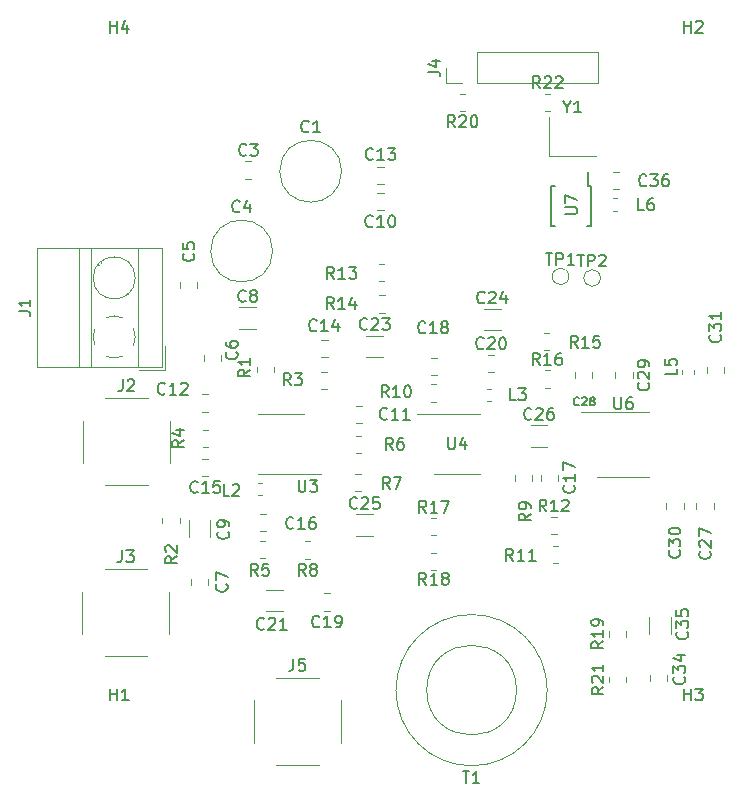
<source format=gbr>
%TF.GenerationSoftware,KiCad,Pcbnew,7.0.2*%
%TF.CreationDate,2023-05-21T11:23:20+02:00*%
%TF.ProjectId,sdrt41-tx,73647274-3431-42d7-9478-2e6b69636164,rev?*%
%TF.SameCoordinates,Original*%
%TF.FileFunction,Legend,Top*%
%TF.FilePolarity,Positive*%
%FSLAX46Y46*%
G04 Gerber Fmt 4.6, Leading zero omitted, Abs format (unit mm)*
G04 Created by KiCad (PCBNEW 7.0.2) date 2023-05-21 11:23:20*
%MOMM*%
%LPD*%
G01*
G04 APERTURE LIST*
%ADD10C,0.150000*%
%ADD11C,0.120000*%
G04 APERTURE END LIST*
D10*
%TO.C,R22*%
X119245142Y-60788619D02*
X118911809Y-60312428D01*
X118673714Y-60788619D02*
X118673714Y-59788619D01*
X118673714Y-59788619D02*
X119054666Y-59788619D01*
X119054666Y-59788619D02*
X119149904Y-59836238D01*
X119149904Y-59836238D02*
X119197523Y-59883857D01*
X119197523Y-59883857D02*
X119245142Y-59979095D01*
X119245142Y-59979095D02*
X119245142Y-60121952D01*
X119245142Y-60121952D02*
X119197523Y-60217190D01*
X119197523Y-60217190D02*
X119149904Y-60264809D01*
X119149904Y-60264809D02*
X119054666Y-60312428D01*
X119054666Y-60312428D02*
X118673714Y-60312428D01*
X119626095Y-59883857D02*
X119673714Y-59836238D01*
X119673714Y-59836238D02*
X119768952Y-59788619D01*
X119768952Y-59788619D02*
X120007047Y-59788619D01*
X120007047Y-59788619D02*
X120102285Y-59836238D01*
X120102285Y-59836238D02*
X120149904Y-59883857D01*
X120149904Y-59883857D02*
X120197523Y-59979095D01*
X120197523Y-59979095D02*
X120197523Y-60074333D01*
X120197523Y-60074333D02*
X120149904Y-60217190D01*
X120149904Y-60217190D02*
X119578476Y-60788619D01*
X119578476Y-60788619D02*
X120197523Y-60788619D01*
X120578476Y-59883857D02*
X120626095Y-59836238D01*
X120626095Y-59836238D02*
X120721333Y-59788619D01*
X120721333Y-59788619D02*
X120959428Y-59788619D01*
X120959428Y-59788619D02*
X121054666Y-59836238D01*
X121054666Y-59836238D02*
X121102285Y-59883857D01*
X121102285Y-59883857D02*
X121149904Y-59979095D01*
X121149904Y-59979095D02*
X121149904Y-60074333D01*
X121149904Y-60074333D02*
X121102285Y-60217190D01*
X121102285Y-60217190D02*
X120530857Y-60788619D01*
X120530857Y-60788619D02*
X121149904Y-60788619D01*
%TO.C,R20*%
X112029642Y-64088619D02*
X111696309Y-63612428D01*
X111458214Y-64088619D02*
X111458214Y-63088619D01*
X111458214Y-63088619D02*
X111839166Y-63088619D01*
X111839166Y-63088619D02*
X111934404Y-63136238D01*
X111934404Y-63136238D02*
X111982023Y-63183857D01*
X111982023Y-63183857D02*
X112029642Y-63279095D01*
X112029642Y-63279095D02*
X112029642Y-63421952D01*
X112029642Y-63421952D02*
X111982023Y-63517190D01*
X111982023Y-63517190D02*
X111934404Y-63564809D01*
X111934404Y-63564809D02*
X111839166Y-63612428D01*
X111839166Y-63612428D02*
X111458214Y-63612428D01*
X112410595Y-63183857D02*
X112458214Y-63136238D01*
X112458214Y-63136238D02*
X112553452Y-63088619D01*
X112553452Y-63088619D02*
X112791547Y-63088619D01*
X112791547Y-63088619D02*
X112886785Y-63136238D01*
X112886785Y-63136238D02*
X112934404Y-63183857D01*
X112934404Y-63183857D02*
X112982023Y-63279095D01*
X112982023Y-63279095D02*
X112982023Y-63374333D01*
X112982023Y-63374333D02*
X112934404Y-63517190D01*
X112934404Y-63517190D02*
X112362976Y-64088619D01*
X112362976Y-64088619D02*
X112982023Y-64088619D01*
X113601071Y-63088619D02*
X113696309Y-63088619D01*
X113696309Y-63088619D02*
X113791547Y-63136238D01*
X113791547Y-63136238D02*
X113839166Y-63183857D01*
X113839166Y-63183857D02*
X113886785Y-63279095D01*
X113886785Y-63279095D02*
X113934404Y-63469571D01*
X113934404Y-63469571D02*
X113934404Y-63707666D01*
X113934404Y-63707666D02*
X113886785Y-63898142D01*
X113886785Y-63898142D02*
X113839166Y-63993380D01*
X113839166Y-63993380D02*
X113791547Y-64041000D01*
X113791547Y-64041000D02*
X113696309Y-64088619D01*
X113696309Y-64088619D02*
X113601071Y-64088619D01*
X113601071Y-64088619D02*
X113505833Y-64041000D01*
X113505833Y-64041000D02*
X113458214Y-63993380D01*
X113458214Y-63993380D02*
X113410595Y-63898142D01*
X113410595Y-63898142D02*
X113362976Y-63707666D01*
X113362976Y-63707666D02*
X113362976Y-63469571D01*
X113362976Y-63469571D02*
X113410595Y-63279095D01*
X113410595Y-63279095D02*
X113458214Y-63183857D01*
X113458214Y-63183857D02*
X113505833Y-63136238D01*
X113505833Y-63136238D02*
X113601071Y-63088619D01*
%TO.C,C17*%
X122087780Y-94419657D02*
X122135400Y-94467276D01*
X122135400Y-94467276D02*
X122183019Y-94610133D01*
X122183019Y-94610133D02*
X122183019Y-94705371D01*
X122183019Y-94705371D02*
X122135400Y-94848228D01*
X122135400Y-94848228D02*
X122040161Y-94943466D01*
X122040161Y-94943466D02*
X121944923Y-94991085D01*
X121944923Y-94991085D02*
X121754447Y-95038704D01*
X121754447Y-95038704D02*
X121611590Y-95038704D01*
X121611590Y-95038704D02*
X121421114Y-94991085D01*
X121421114Y-94991085D02*
X121325876Y-94943466D01*
X121325876Y-94943466D02*
X121230638Y-94848228D01*
X121230638Y-94848228D02*
X121183019Y-94705371D01*
X121183019Y-94705371D02*
X121183019Y-94610133D01*
X121183019Y-94610133D02*
X121230638Y-94467276D01*
X121230638Y-94467276D02*
X121278257Y-94419657D01*
X122183019Y-93467276D02*
X122183019Y-94038704D01*
X122183019Y-93752990D02*
X121183019Y-93752990D01*
X121183019Y-93752990D02*
X121325876Y-93848228D01*
X121325876Y-93848228D02*
X121421114Y-93943466D01*
X121421114Y-93943466D02*
X121468733Y-94038704D01*
X121183019Y-93133942D02*
X121183019Y-92467276D01*
X121183019Y-92467276D02*
X122183019Y-92895847D01*
%TO.C,C23*%
X104607142Y-81167380D02*
X104559523Y-81215000D01*
X104559523Y-81215000D02*
X104416666Y-81262619D01*
X104416666Y-81262619D02*
X104321428Y-81262619D01*
X104321428Y-81262619D02*
X104178571Y-81215000D01*
X104178571Y-81215000D02*
X104083333Y-81119761D01*
X104083333Y-81119761D02*
X104035714Y-81024523D01*
X104035714Y-81024523D02*
X103988095Y-80834047D01*
X103988095Y-80834047D02*
X103988095Y-80691190D01*
X103988095Y-80691190D02*
X104035714Y-80500714D01*
X104035714Y-80500714D02*
X104083333Y-80405476D01*
X104083333Y-80405476D02*
X104178571Y-80310238D01*
X104178571Y-80310238D02*
X104321428Y-80262619D01*
X104321428Y-80262619D02*
X104416666Y-80262619D01*
X104416666Y-80262619D02*
X104559523Y-80310238D01*
X104559523Y-80310238D02*
X104607142Y-80357857D01*
X104988095Y-80357857D02*
X105035714Y-80310238D01*
X105035714Y-80310238D02*
X105130952Y-80262619D01*
X105130952Y-80262619D02*
X105369047Y-80262619D01*
X105369047Y-80262619D02*
X105464285Y-80310238D01*
X105464285Y-80310238D02*
X105511904Y-80357857D01*
X105511904Y-80357857D02*
X105559523Y-80453095D01*
X105559523Y-80453095D02*
X105559523Y-80548333D01*
X105559523Y-80548333D02*
X105511904Y-80691190D01*
X105511904Y-80691190D02*
X104940476Y-81262619D01*
X104940476Y-81262619D02*
X105559523Y-81262619D01*
X105892857Y-80262619D02*
X106511904Y-80262619D01*
X106511904Y-80262619D02*
X106178571Y-80643571D01*
X106178571Y-80643571D02*
X106321428Y-80643571D01*
X106321428Y-80643571D02*
X106416666Y-80691190D01*
X106416666Y-80691190D02*
X106464285Y-80738809D01*
X106464285Y-80738809D02*
X106511904Y-80834047D01*
X106511904Y-80834047D02*
X106511904Y-81072142D01*
X106511904Y-81072142D02*
X106464285Y-81167380D01*
X106464285Y-81167380D02*
X106416666Y-81215000D01*
X106416666Y-81215000D02*
X106321428Y-81262619D01*
X106321428Y-81262619D02*
X106035714Y-81262619D01*
X106035714Y-81262619D02*
X105940476Y-81215000D01*
X105940476Y-81215000D02*
X105892857Y-81167380D01*
%TO.C,R9*%
X118445619Y-96813666D02*
X117969428Y-97146999D01*
X118445619Y-97385094D02*
X117445619Y-97385094D01*
X117445619Y-97385094D02*
X117445619Y-97004142D01*
X117445619Y-97004142D02*
X117493238Y-96908904D01*
X117493238Y-96908904D02*
X117540857Y-96861285D01*
X117540857Y-96861285D02*
X117636095Y-96813666D01*
X117636095Y-96813666D02*
X117778952Y-96813666D01*
X117778952Y-96813666D02*
X117874190Y-96861285D01*
X117874190Y-96861285D02*
X117921809Y-96908904D01*
X117921809Y-96908904D02*
X117969428Y-97004142D01*
X117969428Y-97004142D02*
X117969428Y-97385094D01*
X118445619Y-96337475D02*
X118445619Y-96146999D01*
X118445619Y-96146999D02*
X118398000Y-96051761D01*
X118398000Y-96051761D02*
X118350380Y-96004142D01*
X118350380Y-96004142D02*
X118207523Y-95908904D01*
X118207523Y-95908904D02*
X118017047Y-95861285D01*
X118017047Y-95861285D02*
X117636095Y-95861285D01*
X117636095Y-95861285D02*
X117540857Y-95908904D01*
X117540857Y-95908904D02*
X117493238Y-95956523D01*
X117493238Y-95956523D02*
X117445619Y-96051761D01*
X117445619Y-96051761D02*
X117445619Y-96242237D01*
X117445619Y-96242237D02*
X117493238Y-96337475D01*
X117493238Y-96337475D02*
X117540857Y-96385094D01*
X117540857Y-96385094D02*
X117636095Y-96432713D01*
X117636095Y-96432713D02*
X117874190Y-96432713D01*
X117874190Y-96432713D02*
X117969428Y-96385094D01*
X117969428Y-96385094D02*
X118017047Y-96337475D01*
X118017047Y-96337475D02*
X118064666Y-96242237D01*
X118064666Y-96242237D02*
X118064666Y-96051761D01*
X118064666Y-96051761D02*
X118017047Y-95956523D01*
X118017047Y-95956523D02*
X117969428Y-95908904D01*
X117969428Y-95908904D02*
X117874190Y-95861285D01*
%TO.C,J1*%
X75093019Y-79682933D02*
X75807304Y-79682933D01*
X75807304Y-79682933D02*
X75950161Y-79730552D01*
X75950161Y-79730552D02*
X76045400Y-79825790D01*
X76045400Y-79825790D02*
X76093019Y-79968647D01*
X76093019Y-79968647D02*
X76093019Y-80063885D01*
X76093019Y-78682933D02*
X76093019Y-79254361D01*
X76093019Y-78968647D02*
X75093019Y-78968647D01*
X75093019Y-78968647D02*
X75235876Y-79063885D01*
X75235876Y-79063885D02*
X75331114Y-79159123D01*
X75331114Y-79159123D02*
X75378733Y-79254361D01*
%TO.C,C28*%
X122536799Y-87582366D02*
X122503466Y-87615700D01*
X122503466Y-87615700D02*
X122403466Y-87649033D01*
X122403466Y-87649033D02*
X122336799Y-87649033D01*
X122336799Y-87649033D02*
X122236799Y-87615700D01*
X122236799Y-87615700D02*
X122170133Y-87549033D01*
X122170133Y-87549033D02*
X122136799Y-87482366D01*
X122136799Y-87482366D02*
X122103466Y-87349033D01*
X122103466Y-87349033D02*
X122103466Y-87249033D01*
X122103466Y-87249033D02*
X122136799Y-87115700D01*
X122136799Y-87115700D02*
X122170133Y-87049033D01*
X122170133Y-87049033D02*
X122236799Y-86982366D01*
X122236799Y-86982366D02*
X122336799Y-86949033D01*
X122336799Y-86949033D02*
X122403466Y-86949033D01*
X122403466Y-86949033D02*
X122503466Y-86982366D01*
X122503466Y-86982366D02*
X122536799Y-87015700D01*
X122803466Y-87015700D02*
X122836799Y-86982366D01*
X122836799Y-86982366D02*
X122903466Y-86949033D01*
X122903466Y-86949033D02*
X123070133Y-86949033D01*
X123070133Y-86949033D02*
X123136799Y-86982366D01*
X123136799Y-86982366D02*
X123170133Y-87015700D01*
X123170133Y-87015700D02*
X123203466Y-87082366D01*
X123203466Y-87082366D02*
X123203466Y-87149033D01*
X123203466Y-87149033D02*
X123170133Y-87249033D01*
X123170133Y-87249033D02*
X122770133Y-87649033D01*
X122770133Y-87649033D02*
X123203466Y-87649033D01*
X123603466Y-87249033D02*
X123536800Y-87215700D01*
X123536800Y-87215700D02*
X123503466Y-87182366D01*
X123503466Y-87182366D02*
X123470133Y-87115700D01*
X123470133Y-87115700D02*
X123470133Y-87082366D01*
X123470133Y-87082366D02*
X123503466Y-87015700D01*
X123503466Y-87015700D02*
X123536800Y-86982366D01*
X123536800Y-86982366D02*
X123603466Y-86949033D01*
X123603466Y-86949033D02*
X123736800Y-86949033D01*
X123736800Y-86949033D02*
X123803466Y-86982366D01*
X123803466Y-86982366D02*
X123836800Y-87015700D01*
X123836800Y-87015700D02*
X123870133Y-87082366D01*
X123870133Y-87082366D02*
X123870133Y-87115700D01*
X123870133Y-87115700D02*
X123836800Y-87182366D01*
X123836800Y-87182366D02*
X123803466Y-87215700D01*
X123803466Y-87215700D02*
X123736800Y-87249033D01*
X123736800Y-87249033D02*
X123603466Y-87249033D01*
X123603466Y-87249033D02*
X123536800Y-87282366D01*
X123536800Y-87282366D02*
X123503466Y-87315700D01*
X123503466Y-87315700D02*
X123470133Y-87382366D01*
X123470133Y-87382366D02*
X123470133Y-87515700D01*
X123470133Y-87515700D02*
X123503466Y-87582366D01*
X123503466Y-87582366D02*
X123536800Y-87615700D01*
X123536800Y-87615700D02*
X123603466Y-87649033D01*
X123603466Y-87649033D02*
X123736800Y-87649033D01*
X123736800Y-87649033D02*
X123803466Y-87615700D01*
X123803466Y-87615700D02*
X123836800Y-87582366D01*
X123836800Y-87582366D02*
X123870133Y-87515700D01*
X123870133Y-87515700D02*
X123870133Y-87382366D01*
X123870133Y-87382366D02*
X123836800Y-87315700D01*
X123836800Y-87315700D02*
X123803466Y-87282366D01*
X123803466Y-87282366D02*
X123736800Y-87249033D01*
%TO.C,R14*%
X101769942Y-79482019D02*
X101436609Y-79005828D01*
X101198514Y-79482019D02*
X101198514Y-78482019D01*
X101198514Y-78482019D02*
X101579466Y-78482019D01*
X101579466Y-78482019D02*
X101674704Y-78529638D01*
X101674704Y-78529638D02*
X101722323Y-78577257D01*
X101722323Y-78577257D02*
X101769942Y-78672495D01*
X101769942Y-78672495D02*
X101769942Y-78815352D01*
X101769942Y-78815352D02*
X101722323Y-78910590D01*
X101722323Y-78910590D02*
X101674704Y-78958209D01*
X101674704Y-78958209D02*
X101579466Y-79005828D01*
X101579466Y-79005828D02*
X101198514Y-79005828D01*
X102722323Y-79482019D02*
X102150895Y-79482019D01*
X102436609Y-79482019D02*
X102436609Y-78482019D01*
X102436609Y-78482019D02*
X102341371Y-78624876D01*
X102341371Y-78624876D02*
X102246133Y-78720114D01*
X102246133Y-78720114D02*
X102150895Y-78767733D01*
X103579466Y-78815352D02*
X103579466Y-79482019D01*
X103341371Y-78434400D02*
X103103276Y-79148685D01*
X103103276Y-79148685D02*
X103722323Y-79148685D01*
%TO.C,C25*%
X103751142Y-96307380D02*
X103703523Y-96355000D01*
X103703523Y-96355000D02*
X103560666Y-96402619D01*
X103560666Y-96402619D02*
X103465428Y-96402619D01*
X103465428Y-96402619D02*
X103322571Y-96355000D01*
X103322571Y-96355000D02*
X103227333Y-96259761D01*
X103227333Y-96259761D02*
X103179714Y-96164523D01*
X103179714Y-96164523D02*
X103132095Y-95974047D01*
X103132095Y-95974047D02*
X103132095Y-95831190D01*
X103132095Y-95831190D02*
X103179714Y-95640714D01*
X103179714Y-95640714D02*
X103227333Y-95545476D01*
X103227333Y-95545476D02*
X103322571Y-95450238D01*
X103322571Y-95450238D02*
X103465428Y-95402619D01*
X103465428Y-95402619D02*
X103560666Y-95402619D01*
X103560666Y-95402619D02*
X103703523Y-95450238D01*
X103703523Y-95450238D02*
X103751142Y-95497857D01*
X104132095Y-95497857D02*
X104179714Y-95450238D01*
X104179714Y-95450238D02*
X104274952Y-95402619D01*
X104274952Y-95402619D02*
X104513047Y-95402619D01*
X104513047Y-95402619D02*
X104608285Y-95450238D01*
X104608285Y-95450238D02*
X104655904Y-95497857D01*
X104655904Y-95497857D02*
X104703523Y-95593095D01*
X104703523Y-95593095D02*
X104703523Y-95688333D01*
X104703523Y-95688333D02*
X104655904Y-95831190D01*
X104655904Y-95831190D02*
X104084476Y-96402619D01*
X104084476Y-96402619D02*
X104703523Y-96402619D01*
X105608285Y-95402619D02*
X105132095Y-95402619D01*
X105132095Y-95402619D02*
X105084476Y-95878809D01*
X105084476Y-95878809D02*
X105132095Y-95831190D01*
X105132095Y-95831190D02*
X105227333Y-95783571D01*
X105227333Y-95783571D02*
X105465428Y-95783571D01*
X105465428Y-95783571D02*
X105560666Y-95831190D01*
X105560666Y-95831190D02*
X105608285Y-95878809D01*
X105608285Y-95878809D02*
X105655904Y-95974047D01*
X105655904Y-95974047D02*
X105655904Y-96212142D01*
X105655904Y-96212142D02*
X105608285Y-96307380D01*
X105608285Y-96307380D02*
X105560666Y-96355000D01*
X105560666Y-96355000D02*
X105465428Y-96402619D01*
X105465428Y-96402619D02*
X105227333Y-96402619D01*
X105227333Y-96402619D02*
X105132095Y-96355000D01*
X105132095Y-96355000D02*
X105084476Y-96307380D01*
%TO.C,C27*%
X133615780Y-100007657D02*
X133663400Y-100055276D01*
X133663400Y-100055276D02*
X133711019Y-100198133D01*
X133711019Y-100198133D02*
X133711019Y-100293371D01*
X133711019Y-100293371D02*
X133663400Y-100436228D01*
X133663400Y-100436228D02*
X133568161Y-100531466D01*
X133568161Y-100531466D02*
X133472923Y-100579085D01*
X133472923Y-100579085D02*
X133282447Y-100626704D01*
X133282447Y-100626704D02*
X133139590Y-100626704D01*
X133139590Y-100626704D02*
X132949114Y-100579085D01*
X132949114Y-100579085D02*
X132853876Y-100531466D01*
X132853876Y-100531466D02*
X132758638Y-100436228D01*
X132758638Y-100436228D02*
X132711019Y-100293371D01*
X132711019Y-100293371D02*
X132711019Y-100198133D01*
X132711019Y-100198133D02*
X132758638Y-100055276D01*
X132758638Y-100055276D02*
X132806257Y-100007657D01*
X132806257Y-99626704D02*
X132758638Y-99579085D01*
X132758638Y-99579085D02*
X132711019Y-99483847D01*
X132711019Y-99483847D02*
X132711019Y-99245752D01*
X132711019Y-99245752D02*
X132758638Y-99150514D01*
X132758638Y-99150514D02*
X132806257Y-99102895D01*
X132806257Y-99102895D02*
X132901495Y-99055276D01*
X132901495Y-99055276D02*
X132996733Y-99055276D01*
X132996733Y-99055276D02*
X133139590Y-99102895D01*
X133139590Y-99102895D02*
X133711019Y-99674323D01*
X133711019Y-99674323D02*
X133711019Y-99055276D01*
X132711019Y-98721942D02*
X132711019Y-98055276D01*
X132711019Y-98055276D02*
X133711019Y-98483847D01*
%TO.C,R21*%
X124612619Y-111490357D02*
X124136428Y-111823690D01*
X124612619Y-112061785D02*
X123612619Y-112061785D01*
X123612619Y-112061785D02*
X123612619Y-111680833D01*
X123612619Y-111680833D02*
X123660238Y-111585595D01*
X123660238Y-111585595D02*
X123707857Y-111537976D01*
X123707857Y-111537976D02*
X123803095Y-111490357D01*
X123803095Y-111490357D02*
X123945952Y-111490357D01*
X123945952Y-111490357D02*
X124041190Y-111537976D01*
X124041190Y-111537976D02*
X124088809Y-111585595D01*
X124088809Y-111585595D02*
X124136428Y-111680833D01*
X124136428Y-111680833D02*
X124136428Y-112061785D01*
X123707857Y-111109404D02*
X123660238Y-111061785D01*
X123660238Y-111061785D02*
X123612619Y-110966547D01*
X123612619Y-110966547D02*
X123612619Y-110728452D01*
X123612619Y-110728452D02*
X123660238Y-110633214D01*
X123660238Y-110633214D02*
X123707857Y-110585595D01*
X123707857Y-110585595D02*
X123803095Y-110537976D01*
X123803095Y-110537976D02*
X123898333Y-110537976D01*
X123898333Y-110537976D02*
X124041190Y-110585595D01*
X124041190Y-110585595D02*
X124612619Y-111157023D01*
X124612619Y-111157023D02*
X124612619Y-110537976D01*
X124612619Y-109585595D02*
X124612619Y-110157023D01*
X124612619Y-109871309D02*
X123612619Y-109871309D01*
X123612619Y-109871309D02*
X123755476Y-109966547D01*
X123755476Y-109966547D02*
X123850714Y-110061785D01*
X123850714Y-110061785D02*
X123898333Y-110157023D01*
%TO.C,Y1*%
X121523809Y-62363428D02*
X121523809Y-62839619D01*
X121190476Y-61839619D02*
X121523809Y-62363428D01*
X121523809Y-62363428D02*
X121857142Y-61839619D01*
X122714285Y-62839619D02*
X122142857Y-62839619D01*
X122428571Y-62839619D02*
X122428571Y-61839619D01*
X122428571Y-61839619D02*
X122333333Y-61982476D01*
X122333333Y-61982476D02*
X122238095Y-62077714D01*
X122238095Y-62077714D02*
X122142857Y-62125333D01*
%TO.C,TP2*%
X122389095Y-74869619D02*
X122960523Y-74869619D01*
X122674809Y-75869619D02*
X122674809Y-74869619D01*
X123293857Y-75869619D02*
X123293857Y-74869619D01*
X123293857Y-74869619D02*
X123674809Y-74869619D01*
X123674809Y-74869619D02*
X123770047Y-74917238D01*
X123770047Y-74917238D02*
X123817666Y-74964857D01*
X123817666Y-74964857D02*
X123865285Y-75060095D01*
X123865285Y-75060095D02*
X123865285Y-75202952D01*
X123865285Y-75202952D02*
X123817666Y-75298190D01*
X123817666Y-75298190D02*
X123770047Y-75345809D01*
X123770047Y-75345809D02*
X123674809Y-75393428D01*
X123674809Y-75393428D02*
X123293857Y-75393428D01*
X124246238Y-74964857D02*
X124293857Y-74917238D01*
X124293857Y-74917238D02*
X124389095Y-74869619D01*
X124389095Y-74869619D02*
X124627190Y-74869619D01*
X124627190Y-74869619D02*
X124722428Y-74917238D01*
X124722428Y-74917238D02*
X124770047Y-74964857D01*
X124770047Y-74964857D02*
X124817666Y-75060095D01*
X124817666Y-75060095D02*
X124817666Y-75155333D01*
X124817666Y-75155333D02*
X124770047Y-75298190D01*
X124770047Y-75298190D02*
X124198619Y-75869619D01*
X124198619Y-75869619D02*
X124817666Y-75869619D01*
%TO.C,C21*%
X95877142Y-106539380D02*
X95829523Y-106587000D01*
X95829523Y-106587000D02*
X95686666Y-106634619D01*
X95686666Y-106634619D02*
X95591428Y-106634619D01*
X95591428Y-106634619D02*
X95448571Y-106587000D01*
X95448571Y-106587000D02*
X95353333Y-106491761D01*
X95353333Y-106491761D02*
X95305714Y-106396523D01*
X95305714Y-106396523D02*
X95258095Y-106206047D01*
X95258095Y-106206047D02*
X95258095Y-106063190D01*
X95258095Y-106063190D02*
X95305714Y-105872714D01*
X95305714Y-105872714D02*
X95353333Y-105777476D01*
X95353333Y-105777476D02*
X95448571Y-105682238D01*
X95448571Y-105682238D02*
X95591428Y-105634619D01*
X95591428Y-105634619D02*
X95686666Y-105634619D01*
X95686666Y-105634619D02*
X95829523Y-105682238D01*
X95829523Y-105682238D02*
X95877142Y-105729857D01*
X96258095Y-105729857D02*
X96305714Y-105682238D01*
X96305714Y-105682238D02*
X96400952Y-105634619D01*
X96400952Y-105634619D02*
X96639047Y-105634619D01*
X96639047Y-105634619D02*
X96734285Y-105682238D01*
X96734285Y-105682238D02*
X96781904Y-105729857D01*
X96781904Y-105729857D02*
X96829523Y-105825095D01*
X96829523Y-105825095D02*
X96829523Y-105920333D01*
X96829523Y-105920333D02*
X96781904Y-106063190D01*
X96781904Y-106063190D02*
X96210476Y-106634619D01*
X96210476Y-106634619D02*
X96829523Y-106634619D01*
X97781904Y-106634619D02*
X97210476Y-106634619D01*
X97496190Y-106634619D02*
X97496190Y-105634619D01*
X97496190Y-105634619D02*
X97400952Y-105777476D01*
X97400952Y-105777476D02*
X97305714Y-105872714D01*
X97305714Y-105872714D02*
X97210476Y-105920333D01*
%TO.C,C9*%
X92823380Y-98337666D02*
X92871000Y-98385285D01*
X92871000Y-98385285D02*
X92918619Y-98528142D01*
X92918619Y-98528142D02*
X92918619Y-98623380D01*
X92918619Y-98623380D02*
X92871000Y-98766237D01*
X92871000Y-98766237D02*
X92775761Y-98861475D01*
X92775761Y-98861475D02*
X92680523Y-98909094D01*
X92680523Y-98909094D02*
X92490047Y-98956713D01*
X92490047Y-98956713D02*
X92347190Y-98956713D01*
X92347190Y-98956713D02*
X92156714Y-98909094D01*
X92156714Y-98909094D02*
X92061476Y-98861475D01*
X92061476Y-98861475D02*
X91966238Y-98766237D01*
X91966238Y-98766237D02*
X91918619Y-98623380D01*
X91918619Y-98623380D02*
X91918619Y-98528142D01*
X91918619Y-98528142D02*
X91966238Y-98385285D01*
X91966238Y-98385285D02*
X92013857Y-98337666D01*
X92918619Y-97861475D02*
X92918619Y-97670999D01*
X92918619Y-97670999D02*
X92871000Y-97575761D01*
X92871000Y-97575761D02*
X92823380Y-97528142D01*
X92823380Y-97528142D02*
X92680523Y-97432904D01*
X92680523Y-97432904D02*
X92490047Y-97385285D01*
X92490047Y-97385285D02*
X92109095Y-97385285D01*
X92109095Y-97385285D02*
X92013857Y-97432904D01*
X92013857Y-97432904D02*
X91966238Y-97480523D01*
X91966238Y-97480523D02*
X91918619Y-97575761D01*
X91918619Y-97575761D02*
X91918619Y-97766237D01*
X91918619Y-97766237D02*
X91966238Y-97861475D01*
X91966238Y-97861475D02*
X92013857Y-97909094D01*
X92013857Y-97909094D02*
X92109095Y-97956713D01*
X92109095Y-97956713D02*
X92347190Y-97956713D01*
X92347190Y-97956713D02*
X92442428Y-97909094D01*
X92442428Y-97909094D02*
X92490047Y-97861475D01*
X92490047Y-97861475D02*
X92537666Y-97766237D01*
X92537666Y-97766237D02*
X92537666Y-97575761D01*
X92537666Y-97575761D02*
X92490047Y-97480523D01*
X92490047Y-97480523D02*
X92442428Y-97432904D01*
X92442428Y-97432904D02*
X92347190Y-97385285D01*
%TO.C,C4*%
X93813333Y-71191780D02*
X93765714Y-71239400D01*
X93765714Y-71239400D02*
X93622857Y-71287019D01*
X93622857Y-71287019D02*
X93527619Y-71287019D01*
X93527619Y-71287019D02*
X93384762Y-71239400D01*
X93384762Y-71239400D02*
X93289524Y-71144161D01*
X93289524Y-71144161D02*
X93241905Y-71048923D01*
X93241905Y-71048923D02*
X93194286Y-70858447D01*
X93194286Y-70858447D02*
X93194286Y-70715590D01*
X93194286Y-70715590D02*
X93241905Y-70525114D01*
X93241905Y-70525114D02*
X93289524Y-70429876D01*
X93289524Y-70429876D02*
X93384762Y-70334638D01*
X93384762Y-70334638D02*
X93527619Y-70287019D01*
X93527619Y-70287019D02*
X93622857Y-70287019D01*
X93622857Y-70287019D02*
X93765714Y-70334638D01*
X93765714Y-70334638D02*
X93813333Y-70382257D01*
X94670476Y-70620352D02*
X94670476Y-71287019D01*
X94432381Y-70239400D02*
X94194286Y-70953685D01*
X94194286Y-70953685D02*
X94813333Y-70953685D01*
%TO.C,U6*%
X125538095Y-86962619D02*
X125538095Y-87772142D01*
X125538095Y-87772142D02*
X125585714Y-87867380D01*
X125585714Y-87867380D02*
X125633333Y-87915000D01*
X125633333Y-87915000D02*
X125728571Y-87962619D01*
X125728571Y-87962619D02*
X125919047Y-87962619D01*
X125919047Y-87962619D02*
X126014285Y-87915000D01*
X126014285Y-87915000D02*
X126061904Y-87867380D01*
X126061904Y-87867380D02*
X126109523Y-87772142D01*
X126109523Y-87772142D02*
X126109523Y-86962619D01*
X127014285Y-86962619D02*
X126823809Y-86962619D01*
X126823809Y-86962619D02*
X126728571Y-87010238D01*
X126728571Y-87010238D02*
X126680952Y-87057857D01*
X126680952Y-87057857D02*
X126585714Y-87200714D01*
X126585714Y-87200714D02*
X126538095Y-87391190D01*
X126538095Y-87391190D02*
X126538095Y-87772142D01*
X126538095Y-87772142D02*
X126585714Y-87867380D01*
X126585714Y-87867380D02*
X126633333Y-87915000D01*
X126633333Y-87915000D02*
X126728571Y-87962619D01*
X126728571Y-87962619D02*
X126919047Y-87962619D01*
X126919047Y-87962619D02*
X127014285Y-87915000D01*
X127014285Y-87915000D02*
X127061904Y-87867380D01*
X127061904Y-87867380D02*
X127109523Y-87772142D01*
X127109523Y-87772142D02*
X127109523Y-87534047D01*
X127109523Y-87534047D02*
X127061904Y-87438809D01*
X127061904Y-87438809D02*
X127014285Y-87391190D01*
X127014285Y-87391190D02*
X126919047Y-87343571D01*
X126919047Y-87343571D02*
X126728571Y-87343571D01*
X126728571Y-87343571D02*
X126633333Y-87391190D01*
X126633333Y-87391190D02*
X126585714Y-87438809D01*
X126585714Y-87438809D02*
X126538095Y-87534047D01*
%TO.C,C7*%
X92696380Y-102782666D02*
X92744000Y-102830285D01*
X92744000Y-102830285D02*
X92791619Y-102973142D01*
X92791619Y-102973142D02*
X92791619Y-103068380D01*
X92791619Y-103068380D02*
X92744000Y-103211237D01*
X92744000Y-103211237D02*
X92648761Y-103306475D01*
X92648761Y-103306475D02*
X92553523Y-103354094D01*
X92553523Y-103354094D02*
X92363047Y-103401713D01*
X92363047Y-103401713D02*
X92220190Y-103401713D01*
X92220190Y-103401713D02*
X92029714Y-103354094D01*
X92029714Y-103354094D02*
X91934476Y-103306475D01*
X91934476Y-103306475D02*
X91839238Y-103211237D01*
X91839238Y-103211237D02*
X91791619Y-103068380D01*
X91791619Y-103068380D02*
X91791619Y-102973142D01*
X91791619Y-102973142D02*
X91839238Y-102830285D01*
X91839238Y-102830285D02*
X91886857Y-102782666D01*
X91791619Y-102449332D02*
X91791619Y-101782666D01*
X91791619Y-101782666D02*
X92791619Y-102211237D01*
%TO.C,R3*%
X98131333Y-85933619D02*
X97798000Y-85457428D01*
X97559905Y-85933619D02*
X97559905Y-84933619D01*
X97559905Y-84933619D02*
X97940857Y-84933619D01*
X97940857Y-84933619D02*
X98036095Y-84981238D01*
X98036095Y-84981238D02*
X98083714Y-85028857D01*
X98083714Y-85028857D02*
X98131333Y-85124095D01*
X98131333Y-85124095D02*
X98131333Y-85266952D01*
X98131333Y-85266952D02*
X98083714Y-85362190D01*
X98083714Y-85362190D02*
X98036095Y-85409809D01*
X98036095Y-85409809D02*
X97940857Y-85457428D01*
X97940857Y-85457428D02*
X97559905Y-85457428D01*
X98464667Y-84933619D02*
X99083714Y-84933619D01*
X99083714Y-84933619D02*
X98750381Y-85314571D01*
X98750381Y-85314571D02*
X98893238Y-85314571D01*
X98893238Y-85314571D02*
X98988476Y-85362190D01*
X98988476Y-85362190D02*
X99036095Y-85409809D01*
X99036095Y-85409809D02*
X99083714Y-85505047D01*
X99083714Y-85505047D02*
X99083714Y-85743142D01*
X99083714Y-85743142D02*
X99036095Y-85838380D01*
X99036095Y-85838380D02*
X98988476Y-85886000D01*
X98988476Y-85886000D02*
X98893238Y-85933619D01*
X98893238Y-85933619D02*
X98607524Y-85933619D01*
X98607524Y-85933619D02*
X98512286Y-85886000D01*
X98512286Y-85886000D02*
X98464667Y-85838380D01*
%TO.C,C6*%
X93534580Y-83123066D02*
X93582200Y-83170685D01*
X93582200Y-83170685D02*
X93629819Y-83313542D01*
X93629819Y-83313542D02*
X93629819Y-83408780D01*
X93629819Y-83408780D02*
X93582200Y-83551637D01*
X93582200Y-83551637D02*
X93486961Y-83646875D01*
X93486961Y-83646875D02*
X93391723Y-83694494D01*
X93391723Y-83694494D02*
X93201247Y-83742113D01*
X93201247Y-83742113D02*
X93058390Y-83742113D01*
X93058390Y-83742113D02*
X92867914Y-83694494D01*
X92867914Y-83694494D02*
X92772676Y-83646875D01*
X92772676Y-83646875D02*
X92677438Y-83551637D01*
X92677438Y-83551637D02*
X92629819Y-83408780D01*
X92629819Y-83408780D02*
X92629819Y-83313542D01*
X92629819Y-83313542D02*
X92677438Y-83170685D01*
X92677438Y-83170685D02*
X92725057Y-83123066D01*
X92629819Y-82265923D02*
X92629819Y-82456399D01*
X92629819Y-82456399D02*
X92677438Y-82551637D01*
X92677438Y-82551637D02*
X92725057Y-82599256D01*
X92725057Y-82599256D02*
X92867914Y-82694494D01*
X92867914Y-82694494D02*
X93058390Y-82742113D01*
X93058390Y-82742113D02*
X93439342Y-82742113D01*
X93439342Y-82742113D02*
X93534580Y-82694494D01*
X93534580Y-82694494D02*
X93582200Y-82646875D01*
X93582200Y-82646875D02*
X93629819Y-82551637D01*
X93629819Y-82551637D02*
X93629819Y-82361161D01*
X93629819Y-82361161D02*
X93582200Y-82265923D01*
X93582200Y-82265923D02*
X93534580Y-82218304D01*
X93534580Y-82218304D02*
X93439342Y-82170685D01*
X93439342Y-82170685D02*
X93201247Y-82170685D01*
X93201247Y-82170685D02*
X93106009Y-82218304D01*
X93106009Y-82218304D02*
X93058390Y-82265923D01*
X93058390Y-82265923D02*
X93010771Y-82361161D01*
X93010771Y-82361161D02*
X93010771Y-82551637D01*
X93010771Y-82551637D02*
X93058390Y-82646875D01*
X93058390Y-82646875D02*
X93106009Y-82694494D01*
X93106009Y-82694494D02*
X93201247Y-82742113D01*
%TO.C,R12*%
X119769642Y-96612619D02*
X119436309Y-96136428D01*
X119198214Y-96612619D02*
X119198214Y-95612619D01*
X119198214Y-95612619D02*
X119579166Y-95612619D01*
X119579166Y-95612619D02*
X119674404Y-95660238D01*
X119674404Y-95660238D02*
X119722023Y-95707857D01*
X119722023Y-95707857D02*
X119769642Y-95803095D01*
X119769642Y-95803095D02*
X119769642Y-95945952D01*
X119769642Y-95945952D02*
X119722023Y-96041190D01*
X119722023Y-96041190D02*
X119674404Y-96088809D01*
X119674404Y-96088809D02*
X119579166Y-96136428D01*
X119579166Y-96136428D02*
X119198214Y-96136428D01*
X120722023Y-96612619D02*
X120150595Y-96612619D01*
X120436309Y-96612619D02*
X120436309Y-95612619D01*
X120436309Y-95612619D02*
X120341071Y-95755476D01*
X120341071Y-95755476D02*
X120245833Y-95850714D01*
X120245833Y-95850714D02*
X120150595Y-95898333D01*
X121102976Y-95707857D02*
X121150595Y-95660238D01*
X121150595Y-95660238D02*
X121245833Y-95612619D01*
X121245833Y-95612619D02*
X121483928Y-95612619D01*
X121483928Y-95612619D02*
X121579166Y-95660238D01*
X121579166Y-95660238D02*
X121626785Y-95707857D01*
X121626785Y-95707857D02*
X121674404Y-95803095D01*
X121674404Y-95803095D02*
X121674404Y-95898333D01*
X121674404Y-95898333D02*
X121626785Y-96041190D01*
X121626785Y-96041190D02*
X121055357Y-96612619D01*
X121055357Y-96612619D02*
X121674404Y-96612619D01*
%TO.C,R11*%
X116959142Y-100792619D02*
X116625809Y-100316428D01*
X116387714Y-100792619D02*
X116387714Y-99792619D01*
X116387714Y-99792619D02*
X116768666Y-99792619D01*
X116768666Y-99792619D02*
X116863904Y-99840238D01*
X116863904Y-99840238D02*
X116911523Y-99887857D01*
X116911523Y-99887857D02*
X116959142Y-99983095D01*
X116959142Y-99983095D02*
X116959142Y-100125952D01*
X116959142Y-100125952D02*
X116911523Y-100221190D01*
X116911523Y-100221190D02*
X116863904Y-100268809D01*
X116863904Y-100268809D02*
X116768666Y-100316428D01*
X116768666Y-100316428D02*
X116387714Y-100316428D01*
X117911523Y-100792619D02*
X117340095Y-100792619D01*
X117625809Y-100792619D02*
X117625809Y-99792619D01*
X117625809Y-99792619D02*
X117530571Y-99935476D01*
X117530571Y-99935476D02*
X117435333Y-100030714D01*
X117435333Y-100030714D02*
X117340095Y-100078333D01*
X118863904Y-100792619D02*
X118292476Y-100792619D01*
X118578190Y-100792619D02*
X118578190Y-99792619D01*
X118578190Y-99792619D02*
X118482952Y-99935476D01*
X118482952Y-99935476D02*
X118387714Y-100030714D01*
X118387714Y-100030714D02*
X118292476Y-100078333D01*
%TO.C,H1*%
X82838095Y-112612619D02*
X82838095Y-111612619D01*
X82838095Y-112088809D02*
X83409523Y-112088809D01*
X83409523Y-112612619D02*
X83409523Y-111612619D01*
X84409523Y-112612619D02*
X83838095Y-112612619D01*
X84123809Y-112612619D02*
X84123809Y-111612619D01*
X84123809Y-111612619D02*
X84028571Y-111755476D01*
X84028571Y-111755476D02*
X83933333Y-111850714D01*
X83933333Y-111850714D02*
X83838095Y-111898333D01*
%TO.C,L3*%
X117181333Y-87203619D02*
X116705143Y-87203619D01*
X116705143Y-87203619D02*
X116705143Y-86203619D01*
X117419429Y-86203619D02*
X118038476Y-86203619D01*
X118038476Y-86203619D02*
X117705143Y-86584571D01*
X117705143Y-86584571D02*
X117848000Y-86584571D01*
X117848000Y-86584571D02*
X117943238Y-86632190D01*
X117943238Y-86632190D02*
X117990857Y-86679809D01*
X117990857Y-86679809D02*
X118038476Y-86775047D01*
X118038476Y-86775047D02*
X118038476Y-87013142D01*
X118038476Y-87013142D02*
X117990857Y-87108380D01*
X117990857Y-87108380D02*
X117943238Y-87156000D01*
X117943238Y-87156000D02*
X117848000Y-87203619D01*
X117848000Y-87203619D02*
X117562286Y-87203619D01*
X117562286Y-87203619D02*
X117467048Y-87156000D01*
X117467048Y-87156000D02*
X117419429Y-87108380D01*
%TO.C,C10*%
X105071942Y-72452580D02*
X105024323Y-72500200D01*
X105024323Y-72500200D02*
X104881466Y-72547819D01*
X104881466Y-72547819D02*
X104786228Y-72547819D01*
X104786228Y-72547819D02*
X104643371Y-72500200D01*
X104643371Y-72500200D02*
X104548133Y-72404961D01*
X104548133Y-72404961D02*
X104500514Y-72309723D01*
X104500514Y-72309723D02*
X104452895Y-72119247D01*
X104452895Y-72119247D02*
X104452895Y-71976390D01*
X104452895Y-71976390D02*
X104500514Y-71785914D01*
X104500514Y-71785914D02*
X104548133Y-71690676D01*
X104548133Y-71690676D02*
X104643371Y-71595438D01*
X104643371Y-71595438D02*
X104786228Y-71547819D01*
X104786228Y-71547819D02*
X104881466Y-71547819D01*
X104881466Y-71547819D02*
X105024323Y-71595438D01*
X105024323Y-71595438D02*
X105071942Y-71643057D01*
X106024323Y-72547819D02*
X105452895Y-72547819D01*
X105738609Y-72547819D02*
X105738609Y-71547819D01*
X105738609Y-71547819D02*
X105643371Y-71690676D01*
X105643371Y-71690676D02*
X105548133Y-71785914D01*
X105548133Y-71785914D02*
X105452895Y-71833533D01*
X106643371Y-71547819D02*
X106738609Y-71547819D01*
X106738609Y-71547819D02*
X106833847Y-71595438D01*
X106833847Y-71595438D02*
X106881466Y-71643057D01*
X106881466Y-71643057D02*
X106929085Y-71738295D01*
X106929085Y-71738295D02*
X106976704Y-71928771D01*
X106976704Y-71928771D02*
X106976704Y-72166866D01*
X106976704Y-72166866D02*
X106929085Y-72357342D01*
X106929085Y-72357342D02*
X106881466Y-72452580D01*
X106881466Y-72452580D02*
X106833847Y-72500200D01*
X106833847Y-72500200D02*
X106738609Y-72547819D01*
X106738609Y-72547819D02*
X106643371Y-72547819D01*
X106643371Y-72547819D02*
X106548133Y-72500200D01*
X106548133Y-72500200D02*
X106500514Y-72452580D01*
X106500514Y-72452580D02*
X106452895Y-72357342D01*
X106452895Y-72357342D02*
X106405276Y-72166866D01*
X106405276Y-72166866D02*
X106405276Y-71928771D01*
X106405276Y-71928771D02*
X106452895Y-71738295D01*
X106452895Y-71738295D02*
X106500514Y-71643057D01*
X106500514Y-71643057D02*
X106548133Y-71595438D01*
X106548133Y-71595438D02*
X106643371Y-71547819D01*
%TO.C,H4*%
X82838095Y-56079619D02*
X82838095Y-55079619D01*
X82838095Y-55555809D02*
X83409523Y-55555809D01*
X83409523Y-56079619D02*
X83409523Y-55079619D01*
X84314285Y-55412952D02*
X84314285Y-56079619D01*
X84076190Y-55032000D02*
X83838095Y-55746285D01*
X83838095Y-55746285D02*
X84457142Y-55746285D01*
%TO.C,C26*%
X118507142Y-88767380D02*
X118459523Y-88815000D01*
X118459523Y-88815000D02*
X118316666Y-88862619D01*
X118316666Y-88862619D02*
X118221428Y-88862619D01*
X118221428Y-88862619D02*
X118078571Y-88815000D01*
X118078571Y-88815000D02*
X117983333Y-88719761D01*
X117983333Y-88719761D02*
X117935714Y-88624523D01*
X117935714Y-88624523D02*
X117888095Y-88434047D01*
X117888095Y-88434047D02*
X117888095Y-88291190D01*
X117888095Y-88291190D02*
X117935714Y-88100714D01*
X117935714Y-88100714D02*
X117983333Y-88005476D01*
X117983333Y-88005476D02*
X118078571Y-87910238D01*
X118078571Y-87910238D02*
X118221428Y-87862619D01*
X118221428Y-87862619D02*
X118316666Y-87862619D01*
X118316666Y-87862619D02*
X118459523Y-87910238D01*
X118459523Y-87910238D02*
X118507142Y-87957857D01*
X118888095Y-87957857D02*
X118935714Y-87910238D01*
X118935714Y-87910238D02*
X119030952Y-87862619D01*
X119030952Y-87862619D02*
X119269047Y-87862619D01*
X119269047Y-87862619D02*
X119364285Y-87910238D01*
X119364285Y-87910238D02*
X119411904Y-87957857D01*
X119411904Y-87957857D02*
X119459523Y-88053095D01*
X119459523Y-88053095D02*
X119459523Y-88148333D01*
X119459523Y-88148333D02*
X119411904Y-88291190D01*
X119411904Y-88291190D02*
X118840476Y-88862619D01*
X118840476Y-88862619D02*
X119459523Y-88862619D01*
X120316666Y-87862619D02*
X120126190Y-87862619D01*
X120126190Y-87862619D02*
X120030952Y-87910238D01*
X120030952Y-87910238D02*
X119983333Y-87957857D01*
X119983333Y-87957857D02*
X119888095Y-88100714D01*
X119888095Y-88100714D02*
X119840476Y-88291190D01*
X119840476Y-88291190D02*
X119840476Y-88672142D01*
X119840476Y-88672142D02*
X119888095Y-88767380D01*
X119888095Y-88767380D02*
X119935714Y-88815000D01*
X119935714Y-88815000D02*
X120030952Y-88862619D01*
X120030952Y-88862619D02*
X120221428Y-88862619D01*
X120221428Y-88862619D02*
X120316666Y-88815000D01*
X120316666Y-88815000D02*
X120364285Y-88767380D01*
X120364285Y-88767380D02*
X120411904Y-88672142D01*
X120411904Y-88672142D02*
X120411904Y-88434047D01*
X120411904Y-88434047D02*
X120364285Y-88338809D01*
X120364285Y-88338809D02*
X120316666Y-88291190D01*
X120316666Y-88291190D02*
X120221428Y-88243571D01*
X120221428Y-88243571D02*
X120030952Y-88243571D01*
X120030952Y-88243571D02*
X119935714Y-88291190D01*
X119935714Y-88291190D02*
X119888095Y-88338809D01*
X119888095Y-88338809D02*
X119840476Y-88434047D01*
%TO.C,L6*%
X128052533Y-71125419D02*
X127576343Y-71125419D01*
X127576343Y-71125419D02*
X127576343Y-70125419D01*
X128814438Y-70125419D02*
X128623962Y-70125419D01*
X128623962Y-70125419D02*
X128528724Y-70173038D01*
X128528724Y-70173038D02*
X128481105Y-70220657D01*
X128481105Y-70220657D02*
X128385867Y-70363514D01*
X128385867Y-70363514D02*
X128338248Y-70553990D01*
X128338248Y-70553990D02*
X128338248Y-70934942D01*
X128338248Y-70934942D02*
X128385867Y-71030180D01*
X128385867Y-71030180D02*
X128433486Y-71077800D01*
X128433486Y-71077800D02*
X128528724Y-71125419D01*
X128528724Y-71125419D02*
X128719200Y-71125419D01*
X128719200Y-71125419D02*
X128814438Y-71077800D01*
X128814438Y-71077800D02*
X128862057Y-71030180D01*
X128862057Y-71030180D02*
X128909676Y-70934942D01*
X128909676Y-70934942D02*
X128909676Y-70696847D01*
X128909676Y-70696847D02*
X128862057Y-70601609D01*
X128862057Y-70601609D02*
X128814438Y-70553990D01*
X128814438Y-70553990D02*
X128719200Y-70506371D01*
X128719200Y-70506371D02*
X128528724Y-70506371D01*
X128528724Y-70506371D02*
X128433486Y-70553990D01*
X128433486Y-70553990D02*
X128385867Y-70601609D01*
X128385867Y-70601609D02*
X128338248Y-70696847D01*
%TO.C,J2*%
X83893066Y-85441419D02*
X83893066Y-86155704D01*
X83893066Y-86155704D02*
X83845447Y-86298561D01*
X83845447Y-86298561D02*
X83750209Y-86393800D01*
X83750209Y-86393800D02*
X83607352Y-86441419D01*
X83607352Y-86441419D02*
X83512114Y-86441419D01*
X84321638Y-85536657D02*
X84369257Y-85489038D01*
X84369257Y-85489038D02*
X84464495Y-85441419D01*
X84464495Y-85441419D02*
X84702590Y-85441419D01*
X84702590Y-85441419D02*
X84797828Y-85489038D01*
X84797828Y-85489038D02*
X84845447Y-85536657D01*
X84845447Y-85536657D02*
X84893066Y-85631895D01*
X84893066Y-85631895D02*
X84893066Y-85727133D01*
X84893066Y-85727133D02*
X84845447Y-85869990D01*
X84845447Y-85869990D02*
X84274019Y-86441419D01*
X84274019Y-86441419D02*
X84893066Y-86441419D01*
%TO.C,C19*%
X100557142Y-106347380D02*
X100509523Y-106395000D01*
X100509523Y-106395000D02*
X100366666Y-106442619D01*
X100366666Y-106442619D02*
X100271428Y-106442619D01*
X100271428Y-106442619D02*
X100128571Y-106395000D01*
X100128571Y-106395000D02*
X100033333Y-106299761D01*
X100033333Y-106299761D02*
X99985714Y-106204523D01*
X99985714Y-106204523D02*
X99938095Y-106014047D01*
X99938095Y-106014047D02*
X99938095Y-105871190D01*
X99938095Y-105871190D02*
X99985714Y-105680714D01*
X99985714Y-105680714D02*
X100033333Y-105585476D01*
X100033333Y-105585476D02*
X100128571Y-105490238D01*
X100128571Y-105490238D02*
X100271428Y-105442619D01*
X100271428Y-105442619D02*
X100366666Y-105442619D01*
X100366666Y-105442619D02*
X100509523Y-105490238D01*
X100509523Y-105490238D02*
X100557142Y-105537857D01*
X101509523Y-106442619D02*
X100938095Y-106442619D01*
X101223809Y-106442619D02*
X101223809Y-105442619D01*
X101223809Y-105442619D02*
X101128571Y-105585476D01*
X101128571Y-105585476D02*
X101033333Y-105680714D01*
X101033333Y-105680714D02*
X100938095Y-105728333D01*
X101985714Y-106442619D02*
X102176190Y-106442619D01*
X102176190Y-106442619D02*
X102271428Y-106395000D01*
X102271428Y-106395000D02*
X102319047Y-106347380D01*
X102319047Y-106347380D02*
X102414285Y-106204523D01*
X102414285Y-106204523D02*
X102461904Y-106014047D01*
X102461904Y-106014047D02*
X102461904Y-105633095D01*
X102461904Y-105633095D02*
X102414285Y-105537857D01*
X102414285Y-105537857D02*
X102366666Y-105490238D01*
X102366666Y-105490238D02*
X102271428Y-105442619D01*
X102271428Y-105442619D02*
X102080952Y-105442619D01*
X102080952Y-105442619D02*
X101985714Y-105490238D01*
X101985714Y-105490238D02*
X101938095Y-105537857D01*
X101938095Y-105537857D02*
X101890476Y-105633095D01*
X101890476Y-105633095D02*
X101890476Y-105871190D01*
X101890476Y-105871190D02*
X101938095Y-105966428D01*
X101938095Y-105966428D02*
X101985714Y-106014047D01*
X101985714Y-106014047D02*
X102080952Y-106061666D01*
X102080952Y-106061666D02*
X102271428Y-106061666D01*
X102271428Y-106061666D02*
X102366666Y-106014047D01*
X102366666Y-106014047D02*
X102414285Y-105966428D01*
X102414285Y-105966428D02*
X102461904Y-105871190D01*
%TO.C,R15*%
X122420142Y-82758619D02*
X122086809Y-82282428D01*
X121848714Y-82758619D02*
X121848714Y-81758619D01*
X121848714Y-81758619D02*
X122229666Y-81758619D01*
X122229666Y-81758619D02*
X122324904Y-81806238D01*
X122324904Y-81806238D02*
X122372523Y-81853857D01*
X122372523Y-81853857D02*
X122420142Y-81949095D01*
X122420142Y-81949095D02*
X122420142Y-82091952D01*
X122420142Y-82091952D02*
X122372523Y-82187190D01*
X122372523Y-82187190D02*
X122324904Y-82234809D01*
X122324904Y-82234809D02*
X122229666Y-82282428D01*
X122229666Y-82282428D02*
X121848714Y-82282428D01*
X123372523Y-82758619D02*
X122801095Y-82758619D01*
X123086809Y-82758619D02*
X123086809Y-81758619D01*
X123086809Y-81758619D02*
X122991571Y-81901476D01*
X122991571Y-81901476D02*
X122896333Y-81996714D01*
X122896333Y-81996714D02*
X122801095Y-82044333D01*
X124277285Y-81758619D02*
X123801095Y-81758619D01*
X123801095Y-81758619D02*
X123753476Y-82234809D01*
X123753476Y-82234809D02*
X123801095Y-82187190D01*
X123801095Y-82187190D02*
X123896333Y-82139571D01*
X123896333Y-82139571D02*
X124134428Y-82139571D01*
X124134428Y-82139571D02*
X124229666Y-82187190D01*
X124229666Y-82187190D02*
X124277285Y-82234809D01*
X124277285Y-82234809D02*
X124324904Y-82330047D01*
X124324904Y-82330047D02*
X124324904Y-82568142D01*
X124324904Y-82568142D02*
X124277285Y-82663380D01*
X124277285Y-82663380D02*
X124229666Y-82711000D01*
X124229666Y-82711000D02*
X124134428Y-82758619D01*
X124134428Y-82758619D02*
X123896333Y-82758619D01*
X123896333Y-82758619D02*
X123801095Y-82711000D01*
X123801095Y-82711000D02*
X123753476Y-82663380D01*
%TO.C,J4*%
X109781619Y-59388333D02*
X110495904Y-59388333D01*
X110495904Y-59388333D02*
X110638761Y-59435952D01*
X110638761Y-59435952D02*
X110734000Y-59531190D01*
X110734000Y-59531190D02*
X110781619Y-59674047D01*
X110781619Y-59674047D02*
X110781619Y-59769285D01*
X110114952Y-58483571D02*
X110781619Y-58483571D01*
X109734000Y-58721666D02*
X110448285Y-58959761D01*
X110448285Y-58959761D02*
X110448285Y-58340714D01*
%TO.C,U4*%
X111455295Y-90343819D02*
X111455295Y-91153342D01*
X111455295Y-91153342D02*
X111502914Y-91248580D01*
X111502914Y-91248580D02*
X111550533Y-91296200D01*
X111550533Y-91296200D02*
X111645771Y-91343819D01*
X111645771Y-91343819D02*
X111836247Y-91343819D01*
X111836247Y-91343819D02*
X111931485Y-91296200D01*
X111931485Y-91296200D02*
X111979104Y-91248580D01*
X111979104Y-91248580D02*
X112026723Y-91153342D01*
X112026723Y-91153342D02*
X112026723Y-90343819D01*
X112931485Y-90677152D02*
X112931485Y-91343819D01*
X112693390Y-90296200D02*
X112455295Y-91010485D01*
X112455295Y-91010485D02*
X113074342Y-91010485D01*
%TO.C,C31*%
X134479380Y-81668857D02*
X134527000Y-81716476D01*
X134527000Y-81716476D02*
X134574619Y-81859333D01*
X134574619Y-81859333D02*
X134574619Y-81954571D01*
X134574619Y-81954571D02*
X134527000Y-82097428D01*
X134527000Y-82097428D02*
X134431761Y-82192666D01*
X134431761Y-82192666D02*
X134336523Y-82240285D01*
X134336523Y-82240285D02*
X134146047Y-82287904D01*
X134146047Y-82287904D02*
X134003190Y-82287904D01*
X134003190Y-82287904D02*
X133812714Y-82240285D01*
X133812714Y-82240285D02*
X133717476Y-82192666D01*
X133717476Y-82192666D02*
X133622238Y-82097428D01*
X133622238Y-82097428D02*
X133574619Y-81954571D01*
X133574619Y-81954571D02*
X133574619Y-81859333D01*
X133574619Y-81859333D02*
X133622238Y-81716476D01*
X133622238Y-81716476D02*
X133669857Y-81668857D01*
X133574619Y-81335523D02*
X133574619Y-80716476D01*
X133574619Y-80716476D02*
X133955571Y-81049809D01*
X133955571Y-81049809D02*
X133955571Y-80906952D01*
X133955571Y-80906952D02*
X134003190Y-80811714D01*
X134003190Y-80811714D02*
X134050809Y-80764095D01*
X134050809Y-80764095D02*
X134146047Y-80716476D01*
X134146047Y-80716476D02*
X134384142Y-80716476D01*
X134384142Y-80716476D02*
X134479380Y-80764095D01*
X134479380Y-80764095D02*
X134527000Y-80811714D01*
X134527000Y-80811714D02*
X134574619Y-80906952D01*
X134574619Y-80906952D02*
X134574619Y-81192666D01*
X134574619Y-81192666D02*
X134527000Y-81287904D01*
X134527000Y-81287904D02*
X134479380Y-81335523D01*
X134574619Y-79764095D02*
X134574619Y-80335523D01*
X134574619Y-80049809D02*
X133574619Y-80049809D01*
X133574619Y-80049809D02*
X133717476Y-80145047D01*
X133717476Y-80145047D02*
X133812714Y-80240285D01*
X133812714Y-80240285D02*
X133860333Y-80335523D01*
%TO.C,C20*%
X114457142Y-82787380D02*
X114409523Y-82835000D01*
X114409523Y-82835000D02*
X114266666Y-82882619D01*
X114266666Y-82882619D02*
X114171428Y-82882619D01*
X114171428Y-82882619D02*
X114028571Y-82835000D01*
X114028571Y-82835000D02*
X113933333Y-82739761D01*
X113933333Y-82739761D02*
X113885714Y-82644523D01*
X113885714Y-82644523D02*
X113838095Y-82454047D01*
X113838095Y-82454047D02*
X113838095Y-82311190D01*
X113838095Y-82311190D02*
X113885714Y-82120714D01*
X113885714Y-82120714D02*
X113933333Y-82025476D01*
X113933333Y-82025476D02*
X114028571Y-81930238D01*
X114028571Y-81930238D02*
X114171428Y-81882619D01*
X114171428Y-81882619D02*
X114266666Y-81882619D01*
X114266666Y-81882619D02*
X114409523Y-81930238D01*
X114409523Y-81930238D02*
X114457142Y-81977857D01*
X114838095Y-81977857D02*
X114885714Y-81930238D01*
X114885714Y-81930238D02*
X114980952Y-81882619D01*
X114980952Y-81882619D02*
X115219047Y-81882619D01*
X115219047Y-81882619D02*
X115314285Y-81930238D01*
X115314285Y-81930238D02*
X115361904Y-81977857D01*
X115361904Y-81977857D02*
X115409523Y-82073095D01*
X115409523Y-82073095D02*
X115409523Y-82168333D01*
X115409523Y-82168333D02*
X115361904Y-82311190D01*
X115361904Y-82311190D02*
X114790476Y-82882619D01*
X114790476Y-82882619D02*
X115409523Y-82882619D01*
X116028571Y-81882619D02*
X116123809Y-81882619D01*
X116123809Y-81882619D02*
X116219047Y-81930238D01*
X116219047Y-81930238D02*
X116266666Y-81977857D01*
X116266666Y-81977857D02*
X116314285Y-82073095D01*
X116314285Y-82073095D02*
X116361904Y-82263571D01*
X116361904Y-82263571D02*
X116361904Y-82501666D01*
X116361904Y-82501666D02*
X116314285Y-82692142D01*
X116314285Y-82692142D02*
X116266666Y-82787380D01*
X116266666Y-82787380D02*
X116219047Y-82835000D01*
X116219047Y-82835000D02*
X116123809Y-82882619D01*
X116123809Y-82882619D02*
X116028571Y-82882619D01*
X116028571Y-82882619D02*
X115933333Y-82835000D01*
X115933333Y-82835000D02*
X115885714Y-82787380D01*
X115885714Y-82787380D02*
X115838095Y-82692142D01*
X115838095Y-82692142D02*
X115790476Y-82501666D01*
X115790476Y-82501666D02*
X115790476Y-82263571D01*
X115790476Y-82263571D02*
X115838095Y-82073095D01*
X115838095Y-82073095D02*
X115885714Y-81977857D01*
X115885714Y-81977857D02*
X115933333Y-81930238D01*
X115933333Y-81930238D02*
X116028571Y-81882619D01*
%TO.C,C36*%
X128236742Y-68998180D02*
X128189123Y-69045800D01*
X128189123Y-69045800D02*
X128046266Y-69093419D01*
X128046266Y-69093419D02*
X127951028Y-69093419D01*
X127951028Y-69093419D02*
X127808171Y-69045800D01*
X127808171Y-69045800D02*
X127712933Y-68950561D01*
X127712933Y-68950561D02*
X127665314Y-68855323D01*
X127665314Y-68855323D02*
X127617695Y-68664847D01*
X127617695Y-68664847D02*
X127617695Y-68521990D01*
X127617695Y-68521990D02*
X127665314Y-68331514D01*
X127665314Y-68331514D02*
X127712933Y-68236276D01*
X127712933Y-68236276D02*
X127808171Y-68141038D01*
X127808171Y-68141038D02*
X127951028Y-68093419D01*
X127951028Y-68093419D02*
X128046266Y-68093419D01*
X128046266Y-68093419D02*
X128189123Y-68141038D01*
X128189123Y-68141038D02*
X128236742Y-68188657D01*
X128570076Y-68093419D02*
X129189123Y-68093419D01*
X129189123Y-68093419D02*
X128855790Y-68474371D01*
X128855790Y-68474371D02*
X128998647Y-68474371D01*
X128998647Y-68474371D02*
X129093885Y-68521990D01*
X129093885Y-68521990D02*
X129141504Y-68569609D01*
X129141504Y-68569609D02*
X129189123Y-68664847D01*
X129189123Y-68664847D02*
X129189123Y-68902942D01*
X129189123Y-68902942D02*
X129141504Y-68998180D01*
X129141504Y-68998180D02*
X129093885Y-69045800D01*
X129093885Y-69045800D02*
X128998647Y-69093419D01*
X128998647Y-69093419D02*
X128712933Y-69093419D01*
X128712933Y-69093419D02*
X128617695Y-69045800D01*
X128617695Y-69045800D02*
X128570076Y-68998180D01*
X130046266Y-68093419D02*
X129855790Y-68093419D01*
X129855790Y-68093419D02*
X129760552Y-68141038D01*
X129760552Y-68141038D02*
X129712933Y-68188657D01*
X129712933Y-68188657D02*
X129617695Y-68331514D01*
X129617695Y-68331514D02*
X129570076Y-68521990D01*
X129570076Y-68521990D02*
X129570076Y-68902942D01*
X129570076Y-68902942D02*
X129617695Y-68998180D01*
X129617695Y-68998180D02*
X129665314Y-69045800D01*
X129665314Y-69045800D02*
X129760552Y-69093419D01*
X129760552Y-69093419D02*
X129951028Y-69093419D01*
X129951028Y-69093419D02*
X130046266Y-69045800D01*
X130046266Y-69045800D02*
X130093885Y-68998180D01*
X130093885Y-68998180D02*
X130141504Y-68902942D01*
X130141504Y-68902942D02*
X130141504Y-68664847D01*
X130141504Y-68664847D02*
X130093885Y-68569609D01*
X130093885Y-68569609D02*
X130046266Y-68521990D01*
X130046266Y-68521990D02*
X129951028Y-68474371D01*
X129951028Y-68474371D02*
X129760552Y-68474371D01*
X129760552Y-68474371D02*
X129665314Y-68521990D01*
X129665314Y-68521990D02*
X129617695Y-68569609D01*
X129617695Y-68569609D02*
X129570076Y-68664847D01*
%TO.C,R7*%
X106513333Y-94696619D02*
X106180000Y-94220428D01*
X105941905Y-94696619D02*
X105941905Y-93696619D01*
X105941905Y-93696619D02*
X106322857Y-93696619D01*
X106322857Y-93696619D02*
X106418095Y-93744238D01*
X106418095Y-93744238D02*
X106465714Y-93791857D01*
X106465714Y-93791857D02*
X106513333Y-93887095D01*
X106513333Y-93887095D02*
X106513333Y-94029952D01*
X106513333Y-94029952D02*
X106465714Y-94125190D01*
X106465714Y-94125190D02*
X106418095Y-94172809D01*
X106418095Y-94172809D02*
X106322857Y-94220428D01*
X106322857Y-94220428D02*
X105941905Y-94220428D01*
X106846667Y-93696619D02*
X107513333Y-93696619D01*
X107513333Y-93696619D02*
X107084762Y-94696619D01*
%TO.C,R1*%
X94696619Y-84621666D02*
X94220428Y-84954999D01*
X94696619Y-85193094D02*
X93696619Y-85193094D01*
X93696619Y-85193094D02*
X93696619Y-84812142D01*
X93696619Y-84812142D02*
X93744238Y-84716904D01*
X93744238Y-84716904D02*
X93791857Y-84669285D01*
X93791857Y-84669285D02*
X93887095Y-84621666D01*
X93887095Y-84621666D02*
X94029952Y-84621666D01*
X94029952Y-84621666D02*
X94125190Y-84669285D01*
X94125190Y-84669285D02*
X94172809Y-84716904D01*
X94172809Y-84716904D02*
X94220428Y-84812142D01*
X94220428Y-84812142D02*
X94220428Y-85193094D01*
X94696619Y-83669285D02*
X94696619Y-84240713D01*
X94696619Y-83954999D02*
X93696619Y-83954999D01*
X93696619Y-83954999D02*
X93839476Y-84050237D01*
X93839476Y-84050237D02*
X93934714Y-84145475D01*
X93934714Y-84145475D02*
X93982333Y-84240713D01*
%TO.C,R5*%
X95337333Y-102062619D02*
X95004000Y-101586428D01*
X94765905Y-102062619D02*
X94765905Y-101062619D01*
X94765905Y-101062619D02*
X95146857Y-101062619D01*
X95146857Y-101062619D02*
X95242095Y-101110238D01*
X95242095Y-101110238D02*
X95289714Y-101157857D01*
X95289714Y-101157857D02*
X95337333Y-101253095D01*
X95337333Y-101253095D02*
X95337333Y-101395952D01*
X95337333Y-101395952D02*
X95289714Y-101491190D01*
X95289714Y-101491190D02*
X95242095Y-101538809D01*
X95242095Y-101538809D02*
X95146857Y-101586428D01*
X95146857Y-101586428D02*
X94765905Y-101586428D01*
X96242095Y-101062619D02*
X95765905Y-101062619D01*
X95765905Y-101062619D02*
X95718286Y-101538809D01*
X95718286Y-101538809D02*
X95765905Y-101491190D01*
X95765905Y-101491190D02*
X95861143Y-101443571D01*
X95861143Y-101443571D02*
X96099238Y-101443571D01*
X96099238Y-101443571D02*
X96194476Y-101491190D01*
X96194476Y-101491190D02*
X96242095Y-101538809D01*
X96242095Y-101538809D02*
X96289714Y-101634047D01*
X96289714Y-101634047D02*
X96289714Y-101872142D01*
X96289714Y-101872142D02*
X96242095Y-101967380D01*
X96242095Y-101967380D02*
X96194476Y-102015000D01*
X96194476Y-102015000D02*
X96099238Y-102062619D01*
X96099238Y-102062619D02*
X95861143Y-102062619D01*
X95861143Y-102062619D02*
X95765905Y-102015000D01*
X95765905Y-102015000D02*
X95718286Y-101967380D01*
%TO.C,J5*%
X98366666Y-109112619D02*
X98366666Y-109826904D01*
X98366666Y-109826904D02*
X98319047Y-109969761D01*
X98319047Y-109969761D02*
X98223809Y-110065000D01*
X98223809Y-110065000D02*
X98080952Y-110112619D01*
X98080952Y-110112619D02*
X97985714Y-110112619D01*
X99319047Y-109112619D02*
X98842857Y-109112619D01*
X98842857Y-109112619D02*
X98795238Y-109588809D01*
X98795238Y-109588809D02*
X98842857Y-109541190D01*
X98842857Y-109541190D02*
X98938095Y-109493571D01*
X98938095Y-109493571D02*
X99176190Y-109493571D01*
X99176190Y-109493571D02*
X99271428Y-109541190D01*
X99271428Y-109541190D02*
X99319047Y-109588809D01*
X99319047Y-109588809D02*
X99366666Y-109684047D01*
X99366666Y-109684047D02*
X99366666Y-109922142D01*
X99366666Y-109922142D02*
X99319047Y-110017380D01*
X99319047Y-110017380D02*
X99271428Y-110065000D01*
X99271428Y-110065000D02*
X99176190Y-110112619D01*
X99176190Y-110112619D02*
X98938095Y-110112619D01*
X98938095Y-110112619D02*
X98842857Y-110065000D01*
X98842857Y-110065000D02*
X98795238Y-110017380D01*
%TO.C,C24*%
X114546142Y-78908380D02*
X114498523Y-78956000D01*
X114498523Y-78956000D02*
X114355666Y-79003619D01*
X114355666Y-79003619D02*
X114260428Y-79003619D01*
X114260428Y-79003619D02*
X114117571Y-78956000D01*
X114117571Y-78956000D02*
X114022333Y-78860761D01*
X114022333Y-78860761D02*
X113974714Y-78765523D01*
X113974714Y-78765523D02*
X113927095Y-78575047D01*
X113927095Y-78575047D02*
X113927095Y-78432190D01*
X113927095Y-78432190D02*
X113974714Y-78241714D01*
X113974714Y-78241714D02*
X114022333Y-78146476D01*
X114022333Y-78146476D02*
X114117571Y-78051238D01*
X114117571Y-78051238D02*
X114260428Y-78003619D01*
X114260428Y-78003619D02*
X114355666Y-78003619D01*
X114355666Y-78003619D02*
X114498523Y-78051238D01*
X114498523Y-78051238D02*
X114546142Y-78098857D01*
X114927095Y-78098857D02*
X114974714Y-78051238D01*
X114974714Y-78051238D02*
X115069952Y-78003619D01*
X115069952Y-78003619D02*
X115308047Y-78003619D01*
X115308047Y-78003619D02*
X115403285Y-78051238D01*
X115403285Y-78051238D02*
X115450904Y-78098857D01*
X115450904Y-78098857D02*
X115498523Y-78194095D01*
X115498523Y-78194095D02*
X115498523Y-78289333D01*
X115498523Y-78289333D02*
X115450904Y-78432190D01*
X115450904Y-78432190D02*
X114879476Y-79003619D01*
X114879476Y-79003619D02*
X115498523Y-79003619D01*
X116355666Y-78336952D02*
X116355666Y-79003619D01*
X116117571Y-77956000D02*
X115879476Y-78670285D01*
X115879476Y-78670285D02*
X116498523Y-78670285D01*
%TO.C,R17*%
X109607142Y-96712619D02*
X109273809Y-96236428D01*
X109035714Y-96712619D02*
X109035714Y-95712619D01*
X109035714Y-95712619D02*
X109416666Y-95712619D01*
X109416666Y-95712619D02*
X109511904Y-95760238D01*
X109511904Y-95760238D02*
X109559523Y-95807857D01*
X109559523Y-95807857D02*
X109607142Y-95903095D01*
X109607142Y-95903095D02*
X109607142Y-96045952D01*
X109607142Y-96045952D02*
X109559523Y-96141190D01*
X109559523Y-96141190D02*
X109511904Y-96188809D01*
X109511904Y-96188809D02*
X109416666Y-96236428D01*
X109416666Y-96236428D02*
X109035714Y-96236428D01*
X110559523Y-96712619D02*
X109988095Y-96712619D01*
X110273809Y-96712619D02*
X110273809Y-95712619D01*
X110273809Y-95712619D02*
X110178571Y-95855476D01*
X110178571Y-95855476D02*
X110083333Y-95950714D01*
X110083333Y-95950714D02*
X109988095Y-95998333D01*
X110892857Y-95712619D02*
X111559523Y-95712619D01*
X111559523Y-95712619D02*
X111130952Y-96712619D01*
%TO.C,L5*%
X130815419Y-84545466D02*
X130815419Y-85021656D01*
X130815419Y-85021656D02*
X129815419Y-85021656D01*
X129815419Y-83735942D02*
X129815419Y-84212132D01*
X129815419Y-84212132D02*
X130291609Y-84259751D01*
X130291609Y-84259751D02*
X130243990Y-84212132D01*
X130243990Y-84212132D02*
X130196371Y-84116894D01*
X130196371Y-84116894D02*
X130196371Y-83878799D01*
X130196371Y-83878799D02*
X130243990Y-83783561D01*
X130243990Y-83783561D02*
X130291609Y-83735942D01*
X130291609Y-83735942D02*
X130386847Y-83688323D01*
X130386847Y-83688323D02*
X130624942Y-83688323D01*
X130624942Y-83688323D02*
X130720180Y-83735942D01*
X130720180Y-83735942D02*
X130767800Y-83783561D01*
X130767800Y-83783561D02*
X130815419Y-83878799D01*
X130815419Y-83878799D02*
X130815419Y-84116894D01*
X130815419Y-84116894D02*
X130767800Y-84212132D01*
X130767800Y-84212132D02*
X130720180Y-84259751D01*
%TO.C,C12*%
X87495142Y-86625780D02*
X87447523Y-86673400D01*
X87447523Y-86673400D02*
X87304666Y-86721019D01*
X87304666Y-86721019D02*
X87209428Y-86721019D01*
X87209428Y-86721019D02*
X87066571Y-86673400D01*
X87066571Y-86673400D02*
X86971333Y-86578161D01*
X86971333Y-86578161D02*
X86923714Y-86482923D01*
X86923714Y-86482923D02*
X86876095Y-86292447D01*
X86876095Y-86292447D02*
X86876095Y-86149590D01*
X86876095Y-86149590D02*
X86923714Y-85959114D01*
X86923714Y-85959114D02*
X86971333Y-85863876D01*
X86971333Y-85863876D02*
X87066571Y-85768638D01*
X87066571Y-85768638D02*
X87209428Y-85721019D01*
X87209428Y-85721019D02*
X87304666Y-85721019D01*
X87304666Y-85721019D02*
X87447523Y-85768638D01*
X87447523Y-85768638D02*
X87495142Y-85816257D01*
X88447523Y-86721019D02*
X87876095Y-86721019D01*
X88161809Y-86721019D02*
X88161809Y-85721019D01*
X88161809Y-85721019D02*
X88066571Y-85863876D01*
X88066571Y-85863876D02*
X87971333Y-85959114D01*
X87971333Y-85959114D02*
X87876095Y-86006733D01*
X88828476Y-85816257D02*
X88876095Y-85768638D01*
X88876095Y-85768638D02*
X88971333Y-85721019D01*
X88971333Y-85721019D02*
X89209428Y-85721019D01*
X89209428Y-85721019D02*
X89304666Y-85768638D01*
X89304666Y-85768638D02*
X89352285Y-85816257D01*
X89352285Y-85816257D02*
X89399904Y-85911495D01*
X89399904Y-85911495D02*
X89399904Y-86006733D01*
X89399904Y-86006733D02*
X89352285Y-86149590D01*
X89352285Y-86149590D02*
X88780857Y-86721019D01*
X88780857Y-86721019D02*
X89399904Y-86721019D01*
%TO.C,C18*%
X109542342Y-81444180D02*
X109494723Y-81491800D01*
X109494723Y-81491800D02*
X109351866Y-81539419D01*
X109351866Y-81539419D02*
X109256628Y-81539419D01*
X109256628Y-81539419D02*
X109113771Y-81491800D01*
X109113771Y-81491800D02*
X109018533Y-81396561D01*
X109018533Y-81396561D02*
X108970914Y-81301323D01*
X108970914Y-81301323D02*
X108923295Y-81110847D01*
X108923295Y-81110847D02*
X108923295Y-80967990D01*
X108923295Y-80967990D02*
X108970914Y-80777514D01*
X108970914Y-80777514D02*
X109018533Y-80682276D01*
X109018533Y-80682276D02*
X109113771Y-80587038D01*
X109113771Y-80587038D02*
X109256628Y-80539419D01*
X109256628Y-80539419D02*
X109351866Y-80539419D01*
X109351866Y-80539419D02*
X109494723Y-80587038D01*
X109494723Y-80587038D02*
X109542342Y-80634657D01*
X110494723Y-81539419D02*
X109923295Y-81539419D01*
X110209009Y-81539419D02*
X110209009Y-80539419D01*
X110209009Y-80539419D02*
X110113771Y-80682276D01*
X110113771Y-80682276D02*
X110018533Y-80777514D01*
X110018533Y-80777514D02*
X109923295Y-80825133D01*
X111066152Y-80967990D02*
X110970914Y-80920371D01*
X110970914Y-80920371D02*
X110923295Y-80872752D01*
X110923295Y-80872752D02*
X110875676Y-80777514D01*
X110875676Y-80777514D02*
X110875676Y-80729895D01*
X110875676Y-80729895D02*
X110923295Y-80634657D01*
X110923295Y-80634657D02*
X110970914Y-80587038D01*
X110970914Y-80587038D02*
X111066152Y-80539419D01*
X111066152Y-80539419D02*
X111256628Y-80539419D01*
X111256628Y-80539419D02*
X111351866Y-80587038D01*
X111351866Y-80587038D02*
X111399485Y-80634657D01*
X111399485Y-80634657D02*
X111447104Y-80729895D01*
X111447104Y-80729895D02*
X111447104Y-80777514D01*
X111447104Y-80777514D02*
X111399485Y-80872752D01*
X111399485Y-80872752D02*
X111351866Y-80920371D01*
X111351866Y-80920371D02*
X111256628Y-80967990D01*
X111256628Y-80967990D02*
X111066152Y-80967990D01*
X111066152Y-80967990D02*
X110970914Y-81015609D01*
X110970914Y-81015609D02*
X110923295Y-81063228D01*
X110923295Y-81063228D02*
X110875676Y-81158466D01*
X110875676Y-81158466D02*
X110875676Y-81348942D01*
X110875676Y-81348942D02*
X110923295Y-81444180D01*
X110923295Y-81444180D02*
X110970914Y-81491800D01*
X110970914Y-81491800D02*
X111066152Y-81539419D01*
X111066152Y-81539419D02*
X111256628Y-81539419D01*
X111256628Y-81539419D02*
X111351866Y-81491800D01*
X111351866Y-81491800D02*
X111399485Y-81444180D01*
X111399485Y-81444180D02*
X111447104Y-81348942D01*
X111447104Y-81348942D02*
X111447104Y-81158466D01*
X111447104Y-81158466D02*
X111399485Y-81063228D01*
X111399485Y-81063228D02*
X111351866Y-81015609D01*
X111351866Y-81015609D02*
X111256628Y-80967990D01*
%TO.C,C11*%
X106291142Y-88759380D02*
X106243523Y-88807000D01*
X106243523Y-88807000D02*
X106100666Y-88854619D01*
X106100666Y-88854619D02*
X106005428Y-88854619D01*
X106005428Y-88854619D02*
X105862571Y-88807000D01*
X105862571Y-88807000D02*
X105767333Y-88711761D01*
X105767333Y-88711761D02*
X105719714Y-88616523D01*
X105719714Y-88616523D02*
X105672095Y-88426047D01*
X105672095Y-88426047D02*
X105672095Y-88283190D01*
X105672095Y-88283190D02*
X105719714Y-88092714D01*
X105719714Y-88092714D02*
X105767333Y-87997476D01*
X105767333Y-87997476D02*
X105862571Y-87902238D01*
X105862571Y-87902238D02*
X106005428Y-87854619D01*
X106005428Y-87854619D02*
X106100666Y-87854619D01*
X106100666Y-87854619D02*
X106243523Y-87902238D01*
X106243523Y-87902238D02*
X106291142Y-87949857D01*
X107243523Y-88854619D02*
X106672095Y-88854619D01*
X106957809Y-88854619D02*
X106957809Y-87854619D01*
X106957809Y-87854619D02*
X106862571Y-87997476D01*
X106862571Y-87997476D02*
X106767333Y-88092714D01*
X106767333Y-88092714D02*
X106672095Y-88140333D01*
X108195904Y-88854619D02*
X107624476Y-88854619D01*
X107910190Y-88854619D02*
X107910190Y-87854619D01*
X107910190Y-87854619D02*
X107814952Y-87997476D01*
X107814952Y-87997476D02*
X107719714Y-88092714D01*
X107719714Y-88092714D02*
X107624476Y-88140333D01*
%TO.C,R4*%
X89108619Y-90590666D02*
X88632428Y-90923999D01*
X89108619Y-91162094D02*
X88108619Y-91162094D01*
X88108619Y-91162094D02*
X88108619Y-90781142D01*
X88108619Y-90781142D02*
X88156238Y-90685904D01*
X88156238Y-90685904D02*
X88203857Y-90638285D01*
X88203857Y-90638285D02*
X88299095Y-90590666D01*
X88299095Y-90590666D02*
X88441952Y-90590666D01*
X88441952Y-90590666D02*
X88537190Y-90638285D01*
X88537190Y-90638285D02*
X88584809Y-90685904D01*
X88584809Y-90685904D02*
X88632428Y-90781142D01*
X88632428Y-90781142D02*
X88632428Y-91162094D01*
X88441952Y-89733523D02*
X89108619Y-89733523D01*
X88061000Y-89971618D02*
X88775285Y-90209713D01*
X88775285Y-90209713D02*
X88775285Y-89590666D01*
%TO.C,R2*%
X88512219Y-100434266D02*
X88036028Y-100767599D01*
X88512219Y-101005694D02*
X87512219Y-101005694D01*
X87512219Y-101005694D02*
X87512219Y-100624742D01*
X87512219Y-100624742D02*
X87559838Y-100529504D01*
X87559838Y-100529504D02*
X87607457Y-100481885D01*
X87607457Y-100481885D02*
X87702695Y-100434266D01*
X87702695Y-100434266D02*
X87845552Y-100434266D01*
X87845552Y-100434266D02*
X87940790Y-100481885D01*
X87940790Y-100481885D02*
X87988409Y-100529504D01*
X87988409Y-100529504D02*
X88036028Y-100624742D01*
X88036028Y-100624742D02*
X88036028Y-101005694D01*
X87607457Y-100053313D02*
X87559838Y-100005694D01*
X87559838Y-100005694D02*
X87512219Y-99910456D01*
X87512219Y-99910456D02*
X87512219Y-99672361D01*
X87512219Y-99672361D02*
X87559838Y-99577123D01*
X87559838Y-99577123D02*
X87607457Y-99529504D01*
X87607457Y-99529504D02*
X87702695Y-99481885D01*
X87702695Y-99481885D02*
X87797933Y-99481885D01*
X87797933Y-99481885D02*
X87940790Y-99529504D01*
X87940790Y-99529504D02*
X88512219Y-100100932D01*
X88512219Y-100100932D02*
X88512219Y-99481885D01*
%TO.C,C35*%
X131685380Y-106814857D02*
X131733000Y-106862476D01*
X131733000Y-106862476D02*
X131780619Y-107005333D01*
X131780619Y-107005333D02*
X131780619Y-107100571D01*
X131780619Y-107100571D02*
X131733000Y-107243428D01*
X131733000Y-107243428D02*
X131637761Y-107338666D01*
X131637761Y-107338666D02*
X131542523Y-107386285D01*
X131542523Y-107386285D02*
X131352047Y-107433904D01*
X131352047Y-107433904D02*
X131209190Y-107433904D01*
X131209190Y-107433904D02*
X131018714Y-107386285D01*
X131018714Y-107386285D02*
X130923476Y-107338666D01*
X130923476Y-107338666D02*
X130828238Y-107243428D01*
X130828238Y-107243428D02*
X130780619Y-107100571D01*
X130780619Y-107100571D02*
X130780619Y-107005333D01*
X130780619Y-107005333D02*
X130828238Y-106862476D01*
X130828238Y-106862476D02*
X130875857Y-106814857D01*
X130780619Y-106481523D02*
X130780619Y-105862476D01*
X130780619Y-105862476D02*
X131161571Y-106195809D01*
X131161571Y-106195809D02*
X131161571Y-106052952D01*
X131161571Y-106052952D02*
X131209190Y-105957714D01*
X131209190Y-105957714D02*
X131256809Y-105910095D01*
X131256809Y-105910095D02*
X131352047Y-105862476D01*
X131352047Y-105862476D02*
X131590142Y-105862476D01*
X131590142Y-105862476D02*
X131685380Y-105910095D01*
X131685380Y-105910095D02*
X131733000Y-105957714D01*
X131733000Y-105957714D02*
X131780619Y-106052952D01*
X131780619Y-106052952D02*
X131780619Y-106338666D01*
X131780619Y-106338666D02*
X131733000Y-106433904D01*
X131733000Y-106433904D02*
X131685380Y-106481523D01*
X130780619Y-104957714D02*
X130780619Y-105433904D01*
X130780619Y-105433904D02*
X131256809Y-105481523D01*
X131256809Y-105481523D02*
X131209190Y-105433904D01*
X131209190Y-105433904D02*
X131161571Y-105338666D01*
X131161571Y-105338666D02*
X131161571Y-105100571D01*
X131161571Y-105100571D02*
X131209190Y-105005333D01*
X131209190Y-105005333D02*
X131256809Y-104957714D01*
X131256809Y-104957714D02*
X131352047Y-104910095D01*
X131352047Y-104910095D02*
X131590142Y-104910095D01*
X131590142Y-104910095D02*
X131685380Y-104957714D01*
X131685380Y-104957714D02*
X131733000Y-105005333D01*
X131733000Y-105005333D02*
X131780619Y-105100571D01*
X131780619Y-105100571D02*
X131780619Y-105338666D01*
X131780619Y-105338666D02*
X131733000Y-105433904D01*
X131733000Y-105433904D02*
X131685380Y-105481523D01*
%TO.C,C29*%
X128412380Y-85732857D02*
X128460000Y-85780476D01*
X128460000Y-85780476D02*
X128507619Y-85923333D01*
X128507619Y-85923333D02*
X128507619Y-86018571D01*
X128507619Y-86018571D02*
X128460000Y-86161428D01*
X128460000Y-86161428D02*
X128364761Y-86256666D01*
X128364761Y-86256666D02*
X128269523Y-86304285D01*
X128269523Y-86304285D02*
X128079047Y-86351904D01*
X128079047Y-86351904D02*
X127936190Y-86351904D01*
X127936190Y-86351904D02*
X127745714Y-86304285D01*
X127745714Y-86304285D02*
X127650476Y-86256666D01*
X127650476Y-86256666D02*
X127555238Y-86161428D01*
X127555238Y-86161428D02*
X127507619Y-86018571D01*
X127507619Y-86018571D02*
X127507619Y-85923333D01*
X127507619Y-85923333D02*
X127555238Y-85780476D01*
X127555238Y-85780476D02*
X127602857Y-85732857D01*
X127602857Y-85351904D02*
X127555238Y-85304285D01*
X127555238Y-85304285D02*
X127507619Y-85209047D01*
X127507619Y-85209047D02*
X127507619Y-84970952D01*
X127507619Y-84970952D02*
X127555238Y-84875714D01*
X127555238Y-84875714D02*
X127602857Y-84828095D01*
X127602857Y-84828095D02*
X127698095Y-84780476D01*
X127698095Y-84780476D02*
X127793333Y-84780476D01*
X127793333Y-84780476D02*
X127936190Y-84828095D01*
X127936190Y-84828095D02*
X128507619Y-85399523D01*
X128507619Y-85399523D02*
X128507619Y-84780476D01*
X128507619Y-84304285D02*
X128507619Y-84113809D01*
X128507619Y-84113809D02*
X128460000Y-84018571D01*
X128460000Y-84018571D02*
X128412380Y-83970952D01*
X128412380Y-83970952D02*
X128269523Y-83875714D01*
X128269523Y-83875714D02*
X128079047Y-83828095D01*
X128079047Y-83828095D02*
X127698095Y-83828095D01*
X127698095Y-83828095D02*
X127602857Y-83875714D01*
X127602857Y-83875714D02*
X127555238Y-83923333D01*
X127555238Y-83923333D02*
X127507619Y-84018571D01*
X127507619Y-84018571D02*
X127507619Y-84209047D01*
X127507619Y-84209047D02*
X127555238Y-84304285D01*
X127555238Y-84304285D02*
X127602857Y-84351904D01*
X127602857Y-84351904D02*
X127698095Y-84399523D01*
X127698095Y-84399523D02*
X127936190Y-84399523D01*
X127936190Y-84399523D02*
X128031428Y-84351904D01*
X128031428Y-84351904D02*
X128079047Y-84304285D01*
X128079047Y-84304285D02*
X128126666Y-84209047D01*
X128126666Y-84209047D02*
X128126666Y-84018571D01*
X128126666Y-84018571D02*
X128079047Y-83923333D01*
X128079047Y-83923333D02*
X128031428Y-83875714D01*
X128031428Y-83875714D02*
X127936190Y-83828095D01*
%TO.C,L2*%
X92929333Y-95304619D02*
X92453143Y-95304619D01*
X92453143Y-95304619D02*
X92453143Y-94304619D01*
X93215048Y-94399857D02*
X93262667Y-94352238D01*
X93262667Y-94352238D02*
X93357905Y-94304619D01*
X93357905Y-94304619D02*
X93596000Y-94304619D01*
X93596000Y-94304619D02*
X93691238Y-94352238D01*
X93691238Y-94352238D02*
X93738857Y-94399857D01*
X93738857Y-94399857D02*
X93786476Y-94495095D01*
X93786476Y-94495095D02*
X93786476Y-94590333D01*
X93786476Y-94590333D02*
X93738857Y-94733190D01*
X93738857Y-94733190D02*
X93167429Y-95304619D01*
X93167429Y-95304619D02*
X93786476Y-95304619D01*
%TO.C,R18*%
X109593142Y-102824619D02*
X109259809Y-102348428D01*
X109021714Y-102824619D02*
X109021714Y-101824619D01*
X109021714Y-101824619D02*
X109402666Y-101824619D01*
X109402666Y-101824619D02*
X109497904Y-101872238D01*
X109497904Y-101872238D02*
X109545523Y-101919857D01*
X109545523Y-101919857D02*
X109593142Y-102015095D01*
X109593142Y-102015095D02*
X109593142Y-102157952D01*
X109593142Y-102157952D02*
X109545523Y-102253190D01*
X109545523Y-102253190D02*
X109497904Y-102300809D01*
X109497904Y-102300809D02*
X109402666Y-102348428D01*
X109402666Y-102348428D02*
X109021714Y-102348428D01*
X110545523Y-102824619D02*
X109974095Y-102824619D01*
X110259809Y-102824619D02*
X110259809Y-101824619D01*
X110259809Y-101824619D02*
X110164571Y-101967476D01*
X110164571Y-101967476D02*
X110069333Y-102062714D01*
X110069333Y-102062714D02*
X109974095Y-102110333D01*
X111116952Y-102253190D02*
X111021714Y-102205571D01*
X111021714Y-102205571D02*
X110974095Y-102157952D01*
X110974095Y-102157952D02*
X110926476Y-102062714D01*
X110926476Y-102062714D02*
X110926476Y-102015095D01*
X110926476Y-102015095D02*
X110974095Y-101919857D01*
X110974095Y-101919857D02*
X111021714Y-101872238D01*
X111021714Y-101872238D02*
X111116952Y-101824619D01*
X111116952Y-101824619D02*
X111307428Y-101824619D01*
X111307428Y-101824619D02*
X111402666Y-101872238D01*
X111402666Y-101872238D02*
X111450285Y-101919857D01*
X111450285Y-101919857D02*
X111497904Y-102015095D01*
X111497904Y-102015095D02*
X111497904Y-102062714D01*
X111497904Y-102062714D02*
X111450285Y-102157952D01*
X111450285Y-102157952D02*
X111402666Y-102205571D01*
X111402666Y-102205571D02*
X111307428Y-102253190D01*
X111307428Y-102253190D02*
X111116952Y-102253190D01*
X111116952Y-102253190D02*
X111021714Y-102300809D01*
X111021714Y-102300809D02*
X110974095Y-102348428D01*
X110974095Y-102348428D02*
X110926476Y-102443666D01*
X110926476Y-102443666D02*
X110926476Y-102634142D01*
X110926476Y-102634142D02*
X110974095Y-102729380D01*
X110974095Y-102729380D02*
X111021714Y-102777000D01*
X111021714Y-102777000D02*
X111116952Y-102824619D01*
X111116952Y-102824619D02*
X111307428Y-102824619D01*
X111307428Y-102824619D02*
X111402666Y-102777000D01*
X111402666Y-102777000D02*
X111450285Y-102729380D01*
X111450285Y-102729380D02*
X111497904Y-102634142D01*
X111497904Y-102634142D02*
X111497904Y-102443666D01*
X111497904Y-102443666D02*
X111450285Y-102348428D01*
X111450285Y-102348428D02*
X111402666Y-102300809D01*
X111402666Y-102300809D02*
X111307428Y-102253190D01*
%TO.C,C15*%
X90257142Y-94947380D02*
X90209523Y-94995000D01*
X90209523Y-94995000D02*
X90066666Y-95042619D01*
X90066666Y-95042619D02*
X89971428Y-95042619D01*
X89971428Y-95042619D02*
X89828571Y-94995000D01*
X89828571Y-94995000D02*
X89733333Y-94899761D01*
X89733333Y-94899761D02*
X89685714Y-94804523D01*
X89685714Y-94804523D02*
X89638095Y-94614047D01*
X89638095Y-94614047D02*
X89638095Y-94471190D01*
X89638095Y-94471190D02*
X89685714Y-94280714D01*
X89685714Y-94280714D02*
X89733333Y-94185476D01*
X89733333Y-94185476D02*
X89828571Y-94090238D01*
X89828571Y-94090238D02*
X89971428Y-94042619D01*
X89971428Y-94042619D02*
X90066666Y-94042619D01*
X90066666Y-94042619D02*
X90209523Y-94090238D01*
X90209523Y-94090238D02*
X90257142Y-94137857D01*
X91209523Y-95042619D02*
X90638095Y-95042619D01*
X90923809Y-95042619D02*
X90923809Y-94042619D01*
X90923809Y-94042619D02*
X90828571Y-94185476D01*
X90828571Y-94185476D02*
X90733333Y-94280714D01*
X90733333Y-94280714D02*
X90638095Y-94328333D01*
X92114285Y-94042619D02*
X91638095Y-94042619D01*
X91638095Y-94042619D02*
X91590476Y-94518809D01*
X91590476Y-94518809D02*
X91638095Y-94471190D01*
X91638095Y-94471190D02*
X91733333Y-94423571D01*
X91733333Y-94423571D02*
X91971428Y-94423571D01*
X91971428Y-94423571D02*
X92066666Y-94471190D01*
X92066666Y-94471190D02*
X92114285Y-94518809D01*
X92114285Y-94518809D02*
X92161904Y-94614047D01*
X92161904Y-94614047D02*
X92161904Y-94852142D01*
X92161904Y-94852142D02*
X92114285Y-94947380D01*
X92114285Y-94947380D02*
X92066666Y-94995000D01*
X92066666Y-94995000D02*
X91971428Y-95042619D01*
X91971428Y-95042619D02*
X91733333Y-95042619D01*
X91733333Y-95042619D02*
X91638095Y-94995000D01*
X91638095Y-94995000D02*
X91590476Y-94947380D01*
%TO.C,R6*%
X106767333Y-91394619D02*
X106434000Y-90918428D01*
X106195905Y-91394619D02*
X106195905Y-90394619D01*
X106195905Y-90394619D02*
X106576857Y-90394619D01*
X106576857Y-90394619D02*
X106672095Y-90442238D01*
X106672095Y-90442238D02*
X106719714Y-90489857D01*
X106719714Y-90489857D02*
X106767333Y-90585095D01*
X106767333Y-90585095D02*
X106767333Y-90727952D01*
X106767333Y-90727952D02*
X106719714Y-90823190D01*
X106719714Y-90823190D02*
X106672095Y-90870809D01*
X106672095Y-90870809D02*
X106576857Y-90918428D01*
X106576857Y-90918428D02*
X106195905Y-90918428D01*
X107624476Y-90394619D02*
X107434000Y-90394619D01*
X107434000Y-90394619D02*
X107338762Y-90442238D01*
X107338762Y-90442238D02*
X107291143Y-90489857D01*
X107291143Y-90489857D02*
X107195905Y-90632714D01*
X107195905Y-90632714D02*
X107148286Y-90823190D01*
X107148286Y-90823190D02*
X107148286Y-91204142D01*
X107148286Y-91204142D02*
X107195905Y-91299380D01*
X107195905Y-91299380D02*
X107243524Y-91347000D01*
X107243524Y-91347000D02*
X107338762Y-91394619D01*
X107338762Y-91394619D02*
X107529238Y-91394619D01*
X107529238Y-91394619D02*
X107624476Y-91347000D01*
X107624476Y-91347000D02*
X107672095Y-91299380D01*
X107672095Y-91299380D02*
X107719714Y-91204142D01*
X107719714Y-91204142D02*
X107719714Y-90966047D01*
X107719714Y-90966047D02*
X107672095Y-90870809D01*
X107672095Y-90870809D02*
X107624476Y-90823190D01*
X107624476Y-90823190D02*
X107529238Y-90775571D01*
X107529238Y-90775571D02*
X107338762Y-90775571D01*
X107338762Y-90775571D02*
X107243524Y-90823190D01*
X107243524Y-90823190D02*
X107195905Y-90870809D01*
X107195905Y-90870809D02*
X107148286Y-90966047D01*
%TO.C,J3*%
X83842266Y-99919419D02*
X83842266Y-100633704D01*
X83842266Y-100633704D02*
X83794647Y-100776561D01*
X83794647Y-100776561D02*
X83699409Y-100871800D01*
X83699409Y-100871800D02*
X83556552Y-100919419D01*
X83556552Y-100919419D02*
X83461314Y-100919419D01*
X84223219Y-99919419D02*
X84842266Y-99919419D01*
X84842266Y-99919419D02*
X84508933Y-100300371D01*
X84508933Y-100300371D02*
X84651790Y-100300371D01*
X84651790Y-100300371D02*
X84747028Y-100347990D01*
X84747028Y-100347990D02*
X84794647Y-100395609D01*
X84794647Y-100395609D02*
X84842266Y-100490847D01*
X84842266Y-100490847D02*
X84842266Y-100728942D01*
X84842266Y-100728942D02*
X84794647Y-100824180D01*
X84794647Y-100824180D02*
X84747028Y-100871800D01*
X84747028Y-100871800D02*
X84651790Y-100919419D01*
X84651790Y-100919419D02*
X84366076Y-100919419D01*
X84366076Y-100919419D02*
X84270838Y-100871800D01*
X84270838Y-100871800D02*
X84223219Y-100824180D01*
%TO.C,R10*%
X106418142Y-86949619D02*
X106084809Y-86473428D01*
X105846714Y-86949619D02*
X105846714Y-85949619D01*
X105846714Y-85949619D02*
X106227666Y-85949619D01*
X106227666Y-85949619D02*
X106322904Y-85997238D01*
X106322904Y-85997238D02*
X106370523Y-86044857D01*
X106370523Y-86044857D02*
X106418142Y-86140095D01*
X106418142Y-86140095D02*
X106418142Y-86282952D01*
X106418142Y-86282952D02*
X106370523Y-86378190D01*
X106370523Y-86378190D02*
X106322904Y-86425809D01*
X106322904Y-86425809D02*
X106227666Y-86473428D01*
X106227666Y-86473428D02*
X105846714Y-86473428D01*
X107370523Y-86949619D02*
X106799095Y-86949619D01*
X107084809Y-86949619D02*
X107084809Y-85949619D01*
X107084809Y-85949619D02*
X106989571Y-86092476D01*
X106989571Y-86092476D02*
X106894333Y-86187714D01*
X106894333Y-86187714D02*
X106799095Y-86235333D01*
X107989571Y-85949619D02*
X108084809Y-85949619D01*
X108084809Y-85949619D02*
X108180047Y-85997238D01*
X108180047Y-85997238D02*
X108227666Y-86044857D01*
X108227666Y-86044857D02*
X108275285Y-86140095D01*
X108275285Y-86140095D02*
X108322904Y-86330571D01*
X108322904Y-86330571D02*
X108322904Y-86568666D01*
X108322904Y-86568666D02*
X108275285Y-86759142D01*
X108275285Y-86759142D02*
X108227666Y-86854380D01*
X108227666Y-86854380D02*
X108180047Y-86902000D01*
X108180047Y-86902000D02*
X108084809Y-86949619D01*
X108084809Y-86949619D02*
X107989571Y-86949619D01*
X107989571Y-86949619D02*
X107894333Y-86902000D01*
X107894333Y-86902000D02*
X107846714Y-86854380D01*
X107846714Y-86854380D02*
X107799095Y-86759142D01*
X107799095Y-86759142D02*
X107751476Y-86568666D01*
X107751476Y-86568666D02*
X107751476Y-86330571D01*
X107751476Y-86330571D02*
X107799095Y-86140095D01*
X107799095Y-86140095D02*
X107846714Y-86044857D01*
X107846714Y-86044857D02*
X107894333Y-85997238D01*
X107894333Y-85997238D02*
X107989571Y-85949619D01*
%TO.C,R16*%
X119207142Y-84212619D02*
X118873809Y-83736428D01*
X118635714Y-84212619D02*
X118635714Y-83212619D01*
X118635714Y-83212619D02*
X119016666Y-83212619D01*
X119016666Y-83212619D02*
X119111904Y-83260238D01*
X119111904Y-83260238D02*
X119159523Y-83307857D01*
X119159523Y-83307857D02*
X119207142Y-83403095D01*
X119207142Y-83403095D02*
X119207142Y-83545952D01*
X119207142Y-83545952D02*
X119159523Y-83641190D01*
X119159523Y-83641190D02*
X119111904Y-83688809D01*
X119111904Y-83688809D02*
X119016666Y-83736428D01*
X119016666Y-83736428D02*
X118635714Y-83736428D01*
X120159523Y-84212619D02*
X119588095Y-84212619D01*
X119873809Y-84212619D02*
X119873809Y-83212619D01*
X119873809Y-83212619D02*
X119778571Y-83355476D01*
X119778571Y-83355476D02*
X119683333Y-83450714D01*
X119683333Y-83450714D02*
X119588095Y-83498333D01*
X121016666Y-83212619D02*
X120826190Y-83212619D01*
X120826190Y-83212619D02*
X120730952Y-83260238D01*
X120730952Y-83260238D02*
X120683333Y-83307857D01*
X120683333Y-83307857D02*
X120588095Y-83450714D01*
X120588095Y-83450714D02*
X120540476Y-83641190D01*
X120540476Y-83641190D02*
X120540476Y-84022142D01*
X120540476Y-84022142D02*
X120588095Y-84117380D01*
X120588095Y-84117380D02*
X120635714Y-84165000D01*
X120635714Y-84165000D02*
X120730952Y-84212619D01*
X120730952Y-84212619D02*
X120921428Y-84212619D01*
X120921428Y-84212619D02*
X121016666Y-84165000D01*
X121016666Y-84165000D02*
X121064285Y-84117380D01*
X121064285Y-84117380D02*
X121111904Y-84022142D01*
X121111904Y-84022142D02*
X121111904Y-83784047D01*
X121111904Y-83784047D02*
X121064285Y-83688809D01*
X121064285Y-83688809D02*
X121016666Y-83641190D01*
X121016666Y-83641190D02*
X120921428Y-83593571D01*
X120921428Y-83593571D02*
X120730952Y-83593571D01*
X120730952Y-83593571D02*
X120635714Y-83641190D01*
X120635714Y-83641190D02*
X120588095Y-83688809D01*
X120588095Y-83688809D02*
X120540476Y-83784047D01*
%TO.C,U7*%
X121382619Y-71424704D02*
X122192142Y-71424704D01*
X122192142Y-71424704D02*
X122287380Y-71377085D01*
X122287380Y-71377085D02*
X122335000Y-71329466D01*
X122335000Y-71329466D02*
X122382619Y-71234228D01*
X122382619Y-71234228D02*
X122382619Y-71043752D01*
X122382619Y-71043752D02*
X122335000Y-70948514D01*
X122335000Y-70948514D02*
X122287380Y-70900895D01*
X122287380Y-70900895D02*
X122192142Y-70853276D01*
X122192142Y-70853276D02*
X121382619Y-70853276D01*
X121382619Y-70472323D02*
X121382619Y-69805657D01*
X121382619Y-69805657D02*
X122382619Y-70234228D01*
%TO.C,H2*%
X131438095Y-56079619D02*
X131438095Y-55079619D01*
X131438095Y-55555809D02*
X132009523Y-55555809D01*
X132009523Y-56079619D02*
X132009523Y-55079619D01*
X132438095Y-55174857D02*
X132485714Y-55127238D01*
X132485714Y-55127238D02*
X132580952Y-55079619D01*
X132580952Y-55079619D02*
X132819047Y-55079619D01*
X132819047Y-55079619D02*
X132914285Y-55127238D01*
X132914285Y-55127238D02*
X132961904Y-55174857D01*
X132961904Y-55174857D02*
X133009523Y-55270095D01*
X133009523Y-55270095D02*
X133009523Y-55365333D01*
X133009523Y-55365333D02*
X132961904Y-55508190D01*
X132961904Y-55508190D02*
X132390476Y-56079619D01*
X132390476Y-56079619D02*
X133009523Y-56079619D01*
%TO.C,H3*%
X131438095Y-112612619D02*
X131438095Y-111612619D01*
X131438095Y-112088809D02*
X132009523Y-112088809D01*
X132009523Y-112612619D02*
X132009523Y-111612619D01*
X132390476Y-111612619D02*
X133009523Y-111612619D01*
X133009523Y-111612619D02*
X132676190Y-111993571D01*
X132676190Y-111993571D02*
X132819047Y-111993571D01*
X132819047Y-111993571D02*
X132914285Y-112041190D01*
X132914285Y-112041190D02*
X132961904Y-112088809D01*
X132961904Y-112088809D02*
X133009523Y-112184047D01*
X133009523Y-112184047D02*
X133009523Y-112422142D01*
X133009523Y-112422142D02*
X132961904Y-112517380D01*
X132961904Y-112517380D02*
X132914285Y-112565000D01*
X132914285Y-112565000D02*
X132819047Y-112612619D01*
X132819047Y-112612619D02*
X132533333Y-112612619D01*
X132533333Y-112612619D02*
X132438095Y-112565000D01*
X132438095Y-112565000D02*
X132390476Y-112517380D01*
%TO.C,C13*%
X105087142Y-66762980D02*
X105039523Y-66810600D01*
X105039523Y-66810600D02*
X104896666Y-66858219D01*
X104896666Y-66858219D02*
X104801428Y-66858219D01*
X104801428Y-66858219D02*
X104658571Y-66810600D01*
X104658571Y-66810600D02*
X104563333Y-66715361D01*
X104563333Y-66715361D02*
X104515714Y-66620123D01*
X104515714Y-66620123D02*
X104468095Y-66429647D01*
X104468095Y-66429647D02*
X104468095Y-66286790D01*
X104468095Y-66286790D02*
X104515714Y-66096314D01*
X104515714Y-66096314D02*
X104563333Y-66001076D01*
X104563333Y-66001076D02*
X104658571Y-65905838D01*
X104658571Y-65905838D02*
X104801428Y-65858219D01*
X104801428Y-65858219D02*
X104896666Y-65858219D01*
X104896666Y-65858219D02*
X105039523Y-65905838D01*
X105039523Y-65905838D02*
X105087142Y-65953457D01*
X106039523Y-66858219D02*
X105468095Y-66858219D01*
X105753809Y-66858219D02*
X105753809Y-65858219D01*
X105753809Y-65858219D02*
X105658571Y-66001076D01*
X105658571Y-66001076D02*
X105563333Y-66096314D01*
X105563333Y-66096314D02*
X105468095Y-66143933D01*
X106372857Y-65858219D02*
X106991904Y-65858219D01*
X106991904Y-65858219D02*
X106658571Y-66239171D01*
X106658571Y-66239171D02*
X106801428Y-66239171D01*
X106801428Y-66239171D02*
X106896666Y-66286790D01*
X106896666Y-66286790D02*
X106944285Y-66334409D01*
X106944285Y-66334409D02*
X106991904Y-66429647D01*
X106991904Y-66429647D02*
X106991904Y-66667742D01*
X106991904Y-66667742D02*
X106944285Y-66762980D01*
X106944285Y-66762980D02*
X106896666Y-66810600D01*
X106896666Y-66810600D02*
X106801428Y-66858219D01*
X106801428Y-66858219D02*
X106515714Y-66858219D01*
X106515714Y-66858219D02*
X106420476Y-66810600D01*
X106420476Y-66810600D02*
X106372857Y-66762980D01*
%TO.C,C34*%
X131431380Y-110624857D02*
X131479000Y-110672476D01*
X131479000Y-110672476D02*
X131526619Y-110815333D01*
X131526619Y-110815333D02*
X131526619Y-110910571D01*
X131526619Y-110910571D02*
X131479000Y-111053428D01*
X131479000Y-111053428D02*
X131383761Y-111148666D01*
X131383761Y-111148666D02*
X131288523Y-111196285D01*
X131288523Y-111196285D02*
X131098047Y-111243904D01*
X131098047Y-111243904D02*
X130955190Y-111243904D01*
X130955190Y-111243904D02*
X130764714Y-111196285D01*
X130764714Y-111196285D02*
X130669476Y-111148666D01*
X130669476Y-111148666D02*
X130574238Y-111053428D01*
X130574238Y-111053428D02*
X130526619Y-110910571D01*
X130526619Y-110910571D02*
X130526619Y-110815333D01*
X130526619Y-110815333D02*
X130574238Y-110672476D01*
X130574238Y-110672476D02*
X130621857Y-110624857D01*
X130526619Y-110291523D02*
X130526619Y-109672476D01*
X130526619Y-109672476D02*
X130907571Y-110005809D01*
X130907571Y-110005809D02*
X130907571Y-109862952D01*
X130907571Y-109862952D02*
X130955190Y-109767714D01*
X130955190Y-109767714D02*
X131002809Y-109720095D01*
X131002809Y-109720095D02*
X131098047Y-109672476D01*
X131098047Y-109672476D02*
X131336142Y-109672476D01*
X131336142Y-109672476D02*
X131431380Y-109720095D01*
X131431380Y-109720095D02*
X131479000Y-109767714D01*
X131479000Y-109767714D02*
X131526619Y-109862952D01*
X131526619Y-109862952D02*
X131526619Y-110148666D01*
X131526619Y-110148666D02*
X131479000Y-110243904D01*
X131479000Y-110243904D02*
X131431380Y-110291523D01*
X130859952Y-108815333D02*
X131526619Y-108815333D01*
X130479000Y-109053428D02*
X131193285Y-109291523D01*
X131193285Y-109291523D02*
X131193285Y-108672476D01*
%TO.C,R8*%
X99391333Y-102062619D02*
X99058000Y-101586428D01*
X98819905Y-102062619D02*
X98819905Y-101062619D01*
X98819905Y-101062619D02*
X99200857Y-101062619D01*
X99200857Y-101062619D02*
X99296095Y-101110238D01*
X99296095Y-101110238D02*
X99343714Y-101157857D01*
X99343714Y-101157857D02*
X99391333Y-101253095D01*
X99391333Y-101253095D02*
X99391333Y-101395952D01*
X99391333Y-101395952D02*
X99343714Y-101491190D01*
X99343714Y-101491190D02*
X99296095Y-101538809D01*
X99296095Y-101538809D02*
X99200857Y-101586428D01*
X99200857Y-101586428D02*
X98819905Y-101586428D01*
X99962762Y-101491190D02*
X99867524Y-101443571D01*
X99867524Y-101443571D02*
X99819905Y-101395952D01*
X99819905Y-101395952D02*
X99772286Y-101300714D01*
X99772286Y-101300714D02*
X99772286Y-101253095D01*
X99772286Y-101253095D02*
X99819905Y-101157857D01*
X99819905Y-101157857D02*
X99867524Y-101110238D01*
X99867524Y-101110238D02*
X99962762Y-101062619D01*
X99962762Y-101062619D02*
X100153238Y-101062619D01*
X100153238Y-101062619D02*
X100248476Y-101110238D01*
X100248476Y-101110238D02*
X100296095Y-101157857D01*
X100296095Y-101157857D02*
X100343714Y-101253095D01*
X100343714Y-101253095D02*
X100343714Y-101300714D01*
X100343714Y-101300714D02*
X100296095Y-101395952D01*
X100296095Y-101395952D02*
X100248476Y-101443571D01*
X100248476Y-101443571D02*
X100153238Y-101491190D01*
X100153238Y-101491190D02*
X99962762Y-101491190D01*
X99962762Y-101491190D02*
X99867524Y-101538809D01*
X99867524Y-101538809D02*
X99819905Y-101586428D01*
X99819905Y-101586428D02*
X99772286Y-101681666D01*
X99772286Y-101681666D02*
X99772286Y-101872142D01*
X99772286Y-101872142D02*
X99819905Y-101967380D01*
X99819905Y-101967380D02*
X99867524Y-102015000D01*
X99867524Y-102015000D02*
X99962762Y-102062619D01*
X99962762Y-102062619D02*
X100153238Y-102062619D01*
X100153238Y-102062619D02*
X100248476Y-102015000D01*
X100248476Y-102015000D02*
X100296095Y-101967380D01*
X100296095Y-101967380D02*
X100343714Y-101872142D01*
X100343714Y-101872142D02*
X100343714Y-101681666D01*
X100343714Y-101681666D02*
X100296095Y-101586428D01*
X100296095Y-101586428D02*
X100248476Y-101538809D01*
X100248476Y-101538809D02*
X100153238Y-101491190D01*
%TO.C,C16*%
X98349142Y-97997380D02*
X98301523Y-98045000D01*
X98301523Y-98045000D02*
X98158666Y-98092619D01*
X98158666Y-98092619D02*
X98063428Y-98092619D01*
X98063428Y-98092619D02*
X97920571Y-98045000D01*
X97920571Y-98045000D02*
X97825333Y-97949761D01*
X97825333Y-97949761D02*
X97777714Y-97854523D01*
X97777714Y-97854523D02*
X97730095Y-97664047D01*
X97730095Y-97664047D02*
X97730095Y-97521190D01*
X97730095Y-97521190D02*
X97777714Y-97330714D01*
X97777714Y-97330714D02*
X97825333Y-97235476D01*
X97825333Y-97235476D02*
X97920571Y-97140238D01*
X97920571Y-97140238D02*
X98063428Y-97092619D01*
X98063428Y-97092619D02*
X98158666Y-97092619D01*
X98158666Y-97092619D02*
X98301523Y-97140238D01*
X98301523Y-97140238D02*
X98349142Y-97187857D01*
X99301523Y-98092619D02*
X98730095Y-98092619D01*
X99015809Y-98092619D02*
X99015809Y-97092619D01*
X99015809Y-97092619D02*
X98920571Y-97235476D01*
X98920571Y-97235476D02*
X98825333Y-97330714D01*
X98825333Y-97330714D02*
X98730095Y-97378333D01*
X100158666Y-97092619D02*
X99968190Y-97092619D01*
X99968190Y-97092619D02*
X99872952Y-97140238D01*
X99872952Y-97140238D02*
X99825333Y-97187857D01*
X99825333Y-97187857D02*
X99730095Y-97330714D01*
X99730095Y-97330714D02*
X99682476Y-97521190D01*
X99682476Y-97521190D02*
X99682476Y-97902142D01*
X99682476Y-97902142D02*
X99730095Y-97997380D01*
X99730095Y-97997380D02*
X99777714Y-98045000D01*
X99777714Y-98045000D02*
X99872952Y-98092619D01*
X99872952Y-98092619D02*
X100063428Y-98092619D01*
X100063428Y-98092619D02*
X100158666Y-98045000D01*
X100158666Y-98045000D02*
X100206285Y-97997380D01*
X100206285Y-97997380D02*
X100253904Y-97902142D01*
X100253904Y-97902142D02*
X100253904Y-97664047D01*
X100253904Y-97664047D02*
X100206285Y-97568809D01*
X100206285Y-97568809D02*
X100158666Y-97521190D01*
X100158666Y-97521190D02*
X100063428Y-97473571D01*
X100063428Y-97473571D02*
X99872952Y-97473571D01*
X99872952Y-97473571D02*
X99777714Y-97521190D01*
X99777714Y-97521190D02*
X99730095Y-97568809D01*
X99730095Y-97568809D02*
X99682476Y-97664047D01*
%TO.C,U3*%
X98806095Y-93950619D02*
X98806095Y-94760142D01*
X98806095Y-94760142D02*
X98853714Y-94855380D01*
X98853714Y-94855380D02*
X98901333Y-94903000D01*
X98901333Y-94903000D02*
X98996571Y-94950619D01*
X98996571Y-94950619D02*
X99187047Y-94950619D01*
X99187047Y-94950619D02*
X99282285Y-94903000D01*
X99282285Y-94903000D02*
X99329904Y-94855380D01*
X99329904Y-94855380D02*
X99377523Y-94760142D01*
X99377523Y-94760142D02*
X99377523Y-93950619D01*
X99758476Y-93950619D02*
X100377523Y-93950619D01*
X100377523Y-93950619D02*
X100044190Y-94331571D01*
X100044190Y-94331571D02*
X100187047Y-94331571D01*
X100187047Y-94331571D02*
X100282285Y-94379190D01*
X100282285Y-94379190D02*
X100329904Y-94426809D01*
X100329904Y-94426809D02*
X100377523Y-94522047D01*
X100377523Y-94522047D02*
X100377523Y-94760142D01*
X100377523Y-94760142D02*
X100329904Y-94855380D01*
X100329904Y-94855380D02*
X100282285Y-94903000D01*
X100282285Y-94903000D02*
X100187047Y-94950619D01*
X100187047Y-94950619D02*
X99901333Y-94950619D01*
X99901333Y-94950619D02*
X99806095Y-94903000D01*
X99806095Y-94903000D02*
X99758476Y-94855380D01*
%TO.C,T1*%
X112685595Y-118612619D02*
X113257023Y-118612619D01*
X112971309Y-119612619D02*
X112971309Y-118612619D01*
X114114166Y-119612619D02*
X113542738Y-119612619D01*
X113828452Y-119612619D02*
X113828452Y-118612619D01*
X113828452Y-118612619D02*
X113733214Y-118755476D01*
X113733214Y-118755476D02*
X113637976Y-118850714D01*
X113637976Y-118850714D02*
X113542738Y-118898333D01*
%TO.C,C30*%
X131024980Y-99906057D02*
X131072600Y-99953676D01*
X131072600Y-99953676D02*
X131120219Y-100096533D01*
X131120219Y-100096533D02*
X131120219Y-100191771D01*
X131120219Y-100191771D02*
X131072600Y-100334628D01*
X131072600Y-100334628D02*
X130977361Y-100429866D01*
X130977361Y-100429866D02*
X130882123Y-100477485D01*
X130882123Y-100477485D02*
X130691647Y-100525104D01*
X130691647Y-100525104D02*
X130548790Y-100525104D01*
X130548790Y-100525104D02*
X130358314Y-100477485D01*
X130358314Y-100477485D02*
X130263076Y-100429866D01*
X130263076Y-100429866D02*
X130167838Y-100334628D01*
X130167838Y-100334628D02*
X130120219Y-100191771D01*
X130120219Y-100191771D02*
X130120219Y-100096533D01*
X130120219Y-100096533D02*
X130167838Y-99953676D01*
X130167838Y-99953676D02*
X130215457Y-99906057D01*
X130120219Y-99572723D02*
X130120219Y-98953676D01*
X130120219Y-98953676D02*
X130501171Y-99287009D01*
X130501171Y-99287009D02*
X130501171Y-99144152D01*
X130501171Y-99144152D02*
X130548790Y-99048914D01*
X130548790Y-99048914D02*
X130596409Y-99001295D01*
X130596409Y-99001295D02*
X130691647Y-98953676D01*
X130691647Y-98953676D02*
X130929742Y-98953676D01*
X130929742Y-98953676D02*
X131024980Y-99001295D01*
X131024980Y-99001295D02*
X131072600Y-99048914D01*
X131072600Y-99048914D02*
X131120219Y-99144152D01*
X131120219Y-99144152D02*
X131120219Y-99429866D01*
X131120219Y-99429866D02*
X131072600Y-99525104D01*
X131072600Y-99525104D02*
X131024980Y-99572723D01*
X130120219Y-98334628D02*
X130120219Y-98239390D01*
X130120219Y-98239390D02*
X130167838Y-98144152D01*
X130167838Y-98144152D02*
X130215457Y-98096533D01*
X130215457Y-98096533D02*
X130310695Y-98048914D01*
X130310695Y-98048914D02*
X130501171Y-98001295D01*
X130501171Y-98001295D02*
X130739266Y-98001295D01*
X130739266Y-98001295D02*
X130929742Y-98048914D01*
X130929742Y-98048914D02*
X131024980Y-98096533D01*
X131024980Y-98096533D02*
X131072600Y-98144152D01*
X131072600Y-98144152D02*
X131120219Y-98239390D01*
X131120219Y-98239390D02*
X131120219Y-98334628D01*
X131120219Y-98334628D02*
X131072600Y-98429866D01*
X131072600Y-98429866D02*
X131024980Y-98477485D01*
X131024980Y-98477485D02*
X130929742Y-98525104D01*
X130929742Y-98525104D02*
X130739266Y-98572723D01*
X130739266Y-98572723D02*
X130501171Y-98572723D01*
X130501171Y-98572723D02*
X130310695Y-98525104D01*
X130310695Y-98525104D02*
X130215457Y-98477485D01*
X130215457Y-98477485D02*
X130167838Y-98429866D01*
X130167838Y-98429866D02*
X130120219Y-98334628D01*
%TO.C,TP1*%
X119722095Y-74742619D02*
X120293523Y-74742619D01*
X120007809Y-75742619D02*
X120007809Y-74742619D01*
X120626857Y-75742619D02*
X120626857Y-74742619D01*
X120626857Y-74742619D02*
X121007809Y-74742619D01*
X121007809Y-74742619D02*
X121103047Y-74790238D01*
X121103047Y-74790238D02*
X121150666Y-74837857D01*
X121150666Y-74837857D02*
X121198285Y-74933095D01*
X121198285Y-74933095D02*
X121198285Y-75075952D01*
X121198285Y-75075952D02*
X121150666Y-75171190D01*
X121150666Y-75171190D02*
X121103047Y-75218809D01*
X121103047Y-75218809D02*
X121007809Y-75266428D01*
X121007809Y-75266428D02*
X120626857Y-75266428D01*
X122150666Y-75742619D02*
X121579238Y-75742619D01*
X121864952Y-75742619D02*
X121864952Y-74742619D01*
X121864952Y-74742619D02*
X121769714Y-74885476D01*
X121769714Y-74885476D02*
X121674476Y-74980714D01*
X121674476Y-74980714D02*
X121579238Y-75028333D01*
%TO.C,C5*%
X89876980Y-74791866D02*
X89924600Y-74839485D01*
X89924600Y-74839485D02*
X89972219Y-74982342D01*
X89972219Y-74982342D02*
X89972219Y-75077580D01*
X89972219Y-75077580D02*
X89924600Y-75220437D01*
X89924600Y-75220437D02*
X89829361Y-75315675D01*
X89829361Y-75315675D02*
X89734123Y-75363294D01*
X89734123Y-75363294D02*
X89543647Y-75410913D01*
X89543647Y-75410913D02*
X89400790Y-75410913D01*
X89400790Y-75410913D02*
X89210314Y-75363294D01*
X89210314Y-75363294D02*
X89115076Y-75315675D01*
X89115076Y-75315675D02*
X89019838Y-75220437D01*
X89019838Y-75220437D02*
X88972219Y-75077580D01*
X88972219Y-75077580D02*
X88972219Y-74982342D01*
X88972219Y-74982342D02*
X89019838Y-74839485D01*
X89019838Y-74839485D02*
X89067457Y-74791866D01*
X88972219Y-73887104D02*
X88972219Y-74363294D01*
X88972219Y-74363294D02*
X89448409Y-74410913D01*
X89448409Y-74410913D02*
X89400790Y-74363294D01*
X89400790Y-74363294D02*
X89353171Y-74268056D01*
X89353171Y-74268056D02*
X89353171Y-74029961D01*
X89353171Y-74029961D02*
X89400790Y-73934723D01*
X89400790Y-73934723D02*
X89448409Y-73887104D01*
X89448409Y-73887104D02*
X89543647Y-73839485D01*
X89543647Y-73839485D02*
X89781742Y-73839485D01*
X89781742Y-73839485D02*
X89876980Y-73887104D01*
X89876980Y-73887104D02*
X89924600Y-73934723D01*
X89924600Y-73934723D02*
X89972219Y-74029961D01*
X89972219Y-74029961D02*
X89972219Y-74268056D01*
X89972219Y-74268056D02*
X89924600Y-74363294D01*
X89924600Y-74363294D02*
X89876980Y-74410913D01*
%TO.C,C3*%
X94372133Y-66403780D02*
X94324514Y-66451400D01*
X94324514Y-66451400D02*
X94181657Y-66499019D01*
X94181657Y-66499019D02*
X94086419Y-66499019D01*
X94086419Y-66499019D02*
X93943562Y-66451400D01*
X93943562Y-66451400D02*
X93848324Y-66356161D01*
X93848324Y-66356161D02*
X93800705Y-66260923D01*
X93800705Y-66260923D02*
X93753086Y-66070447D01*
X93753086Y-66070447D02*
X93753086Y-65927590D01*
X93753086Y-65927590D02*
X93800705Y-65737114D01*
X93800705Y-65737114D02*
X93848324Y-65641876D01*
X93848324Y-65641876D02*
X93943562Y-65546638D01*
X93943562Y-65546638D02*
X94086419Y-65499019D01*
X94086419Y-65499019D02*
X94181657Y-65499019D01*
X94181657Y-65499019D02*
X94324514Y-65546638D01*
X94324514Y-65546638D02*
X94372133Y-65594257D01*
X94705467Y-65499019D02*
X95324514Y-65499019D01*
X95324514Y-65499019D02*
X94991181Y-65879971D01*
X94991181Y-65879971D02*
X95134038Y-65879971D01*
X95134038Y-65879971D02*
X95229276Y-65927590D01*
X95229276Y-65927590D02*
X95276895Y-65975209D01*
X95276895Y-65975209D02*
X95324514Y-66070447D01*
X95324514Y-66070447D02*
X95324514Y-66308542D01*
X95324514Y-66308542D02*
X95276895Y-66403780D01*
X95276895Y-66403780D02*
X95229276Y-66451400D01*
X95229276Y-66451400D02*
X95134038Y-66499019D01*
X95134038Y-66499019D02*
X94848324Y-66499019D01*
X94848324Y-66499019D02*
X94753086Y-66451400D01*
X94753086Y-66451400D02*
X94705467Y-66403780D01*
%TO.C,R19*%
X124593419Y-107627657D02*
X124117228Y-107960990D01*
X124593419Y-108199085D02*
X123593419Y-108199085D01*
X123593419Y-108199085D02*
X123593419Y-107818133D01*
X123593419Y-107818133D02*
X123641038Y-107722895D01*
X123641038Y-107722895D02*
X123688657Y-107675276D01*
X123688657Y-107675276D02*
X123783895Y-107627657D01*
X123783895Y-107627657D02*
X123926752Y-107627657D01*
X123926752Y-107627657D02*
X124021990Y-107675276D01*
X124021990Y-107675276D02*
X124069609Y-107722895D01*
X124069609Y-107722895D02*
X124117228Y-107818133D01*
X124117228Y-107818133D02*
X124117228Y-108199085D01*
X124593419Y-106675276D02*
X124593419Y-107246704D01*
X124593419Y-106960990D02*
X123593419Y-106960990D01*
X123593419Y-106960990D02*
X123736276Y-107056228D01*
X123736276Y-107056228D02*
X123831514Y-107151466D01*
X123831514Y-107151466D02*
X123879133Y-107246704D01*
X124593419Y-106199085D02*
X124593419Y-106008609D01*
X124593419Y-106008609D02*
X124545800Y-105913371D01*
X124545800Y-105913371D02*
X124498180Y-105865752D01*
X124498180Y-105865752D02*
X124355323Y-105770514D01*
X124355323Y-105770514D02*
X124164847Y-105722895D01*
X124164847Y-105722895D02*
X123783895Y-105722895D01*
X123783895Y-105722895D02*
X123688657Y-105770514D01*
X123688657Y-105770514D02*
X123641038Y-105818133D01*
X123641038Y-105818133D02*
X123593419Y-105913371D01*
X123593419Y-105913371D02*
X123593419Y-106103847D01*
X123593419Y-106103847D02*
X123641038Y-106199085D01*
X123641038Y-106199085D02*
X123688657Y-106246704D01*
X123688657Y-106246704D02*
X123783895Y-106294323D01*
X123783895Y-106294323D02*
X124021990Y-106294323D01*
X124021990Y-106294323D02*
X124117228Y-106246704D01*
X124117228Y-106246704D02*
X124164847Y-106199085D01*
X124164847Y-106199085D02*
X124212466Y-106103847D01*
X124212466Y-106103847D02*
X124212466Y-105913371D01*
X124212466Y-105913371D02*
X124164847Y-105818133D01*
X124164847Y-105818133D02*
X124117228Y-105770514D01*
X124117228Y-105770514D02*
X124021990Y-105722895D01*
%TO.C,C1*%
X99655333Y-64435380D02*
X99607714Y-64483000D01*
X99607714Y-64483000D02*
X99464857Y-64530619D01*
X99464857Y-64530619D02*
X99369619Y-64530619D01*
X99369619Y-64530619D02*
X99226762Y-64483000D01*
X99226762Y-64483000D02*
X99131524Y-64387761D01*
X99131524Y-64387761D02*
X99083905Y-64292523D01*
X99083905Y-64292523D02*
X99036286Y-64102047D01*
X99036286Y-64102047D02*
X99036286Y-63959190D01*
X99036286Y-63959190D02*
X99083905Y-63768714D01*
X99083905Y-63768714D02*
X99131524Y-63673476D01*
X99131524Y-63673476D02*
X99226762Y-63578238D01*
X99226762Y-63578238D02*
X99369619Y-63530619D01*
X99369619Y-63530619D02*
X99464857Y-63530619D01*
X99464857Y-63530619D02*
X99607714Y-63578238D01*
X99607714Y-63578238D02*
X99655333Y-63625857D01*
X100607714Y-64530619D02*
X100036286Y-64530619D01*
X100322000Y-64530619D02*
X100322000Y-63530619D01*
X100322000Y-63530619D02*
X100226762Y-63673476D01*
X100226762Y-63673476D02*
X100131524Y-63768714D01*
X100131524Y-63768714D02*
X100036286Y-63816333D01*
%TO.C,C8*%
X94321333Y-78781380D02*
X94273714Y-78829000D01*
X94273714Y-78829000D02*
X94130857Y-78876619D01*
X94130857Y-78876619D02*
X94035619Y-78876619D01*
X94035619Y-78876619D02*
X93892762Y-78829000D01*
X93892762Y-78829000D02*
X93797524Y-78733761D01*
X93797524Y-78733761D02*
X93749905Y-78638523D01*
X93749905Y-78638523D02*
X93702286Y-78448047D01*
X93702286Y-78448047D02*
X93702286Y-78305190D01*
X93702286Y-78305190D02*
X93749905Y-78114714D01*
X93749905Y-78114714D02*
X93797524Y-78019476D01*
X93797524Y-78019476D02*
X93892762Y-77924238D01*
X93892762Y-77924238D02*
X94035619Y-77876619D01*
X94035619Y-77876619D02*
X94130857Y-77876619D01*
X94130857Y-77876619D02*
X94273714Y-77924238D01*
X94273714Y-77924238D02*
X94321333Y-77971857D01*
X94892762Y-78305190D02*
X94797524Y-78257571D01*
X94797524Y-78257571D02*
X94749905Y-78209952D01*
X94749905Y-78209952D02*
X94702286Y-78114714D01*
X94702286Y-78114714D02*
X94702286Y-78067095D01*
X94702286Y-78067095D02*
X94749905Y-77971857D01*
X94749905Y-77971857D02*
X94797524Y-77924238D01*
X94797524Y-77924238D02*
X94892762Y-77876619D01*
X94892762Y-77876619D02*
X95083238Y-77876619D01*
X95083238Y-77876619D02*
X95178476Y-77924238D01*
X95178476Y-77924238D02*
X95226095Y-77971857D01*
X95226095Y-77971857D02*
X95273714Y-78067095D01*
X95273714Y-78067095D02*
X95273714Y-78114714D01*
X95273714Y-78114714D02*
X95226095Y-78209952D01*
X95226095Y-78209952D02*
X95178476Y-78257571D01*
X95178476Y-78257571D02*
X95083238Y-78305190D01*
X95083238Y-78305190D02*
X94892762Y-78305190D01*
X94892762Y-78305190D02*
X94797524Y-78352809D01*
X94797524Y-78352809D02*
X94749905Y-78400428D01*
X94749905Y-78400428D02*
X94702286Y-78495666D01*
X94702286Y-78495666D02*
X94702286Y-78686142D01*
X94702286Y-78686142D02*
X94749905Y-78781380D01*
X94749905Y-78781380D02*
X94797524Y-78829000D01*
X94797524Y-78829000D02*
X94892762Y-78876619D01*
X94892762Y-78876619D02*
X95083238Y-78876619D01*
X95083238Y-78876619D02*
X95178476Y-78829000D01*
X95178476Y-78829000D02*
X95226095Y-78781380D01*
X95226095Y-78781380D02*
X95273714Y-78686142D01*
X95273714Y-78686142D02*
X95273714Y-78495666D01*
X95273714Y-78495666D02*
X95226095Y-78400428D01*
X95226095Y-78400428D02*
X95178476Y-78352809D01*
X95178476Y-78352809D02*
X95083238Y-78305190D01*
%TO.C,C14*%
X100322142Y-81266380D02*
X100274523Y-81314000D01*
X100274523Y-81314000D02*
X100131666Y-81361619D01*
X100131666Y-81361619D02*
X100036428Y-81361619D01*
X100036428Y-81361619D02*
X99893571Y-81314000D01*
X99893571Y-81314000D02*
X99798333Y-81218761D01*
X99798333Y-81218761D02*
X99750714Y-81123523D01*
X99750714Y-81123523D02*
X99703095Y-80933047D01*
X99703095Y-80933047D02*
X99703095Y-80790190D01*
X99703095Y-80790190D02*
X99750714Y-80599714D01*
X99750714Y-80599714D02*
X99798333Y-80504476D01*
X99798333Y-80504476D02*
X99893571Y-80409238D01*
X99893571Y-80409238D02*
X100036428Y-80361619D01*
X100036428Y-80361619D02*
X100131666Y-80361619D01*
X100131666Y-80361619D02*
X100274523Y-80409238D01*
X100274523Y-80409238D02*
X100322142Y-80456857D01*
X101274523Y-81361619D02*
X100703095Y-81361619D01*
X100988809Y-81361619D02*
X100988809Y-80361619D01*
X100988809Y-80361619D02*
X100893571Y-80504476D01*
X100893571Y-80504476D02*
X100798333Y-80599714D01*
X100798333Y-80599714D02*
X100703095Y-80647333D01*
X102131666Y-80694952D02*
X102131666Y-81361619D01*
X101893571Y-80314000D02*
X101655476Y-81028285D01*
X101655476Y-81028285D02*
X102274523Y-81028285D01*
%TO.C,R13*%
X101795342Y-76916619D02*
X101462009Y-76440428D01*
X101223914Y-76916619D02*
X101223914Y-75916619D01*
X101223914Y-75916619D02*
X101604866Y-75916619D01*
X101604866Y-75916619D02*
X101700104Y-75964238D01*
X101700104Y-75964238D02*
X101747723Y-76011857D01*
X101747723Y-76011857D02*
X101795342Y-76107095D01*
X101795342Y-76107095D02*
X101795342Y-76249952D01*
X101795342Y-76249952D02*
X101747723Y-76345190D01*
X101747723Y-76345190D02*
X101700104Y-76392809D01*
X101700104Y-76392809D02*
X101604866Y-76440428D01*
X101604866Y-76440428D02*
X101223914Y-76440428D01*
X102747723Y-76916619D02*
X102176295Y-76916619D01*
X102462009Y-76916619D02*
X102462009Y-75916619D01*
X102462009Y-75916619D02*
X102366771Y-76059476D01*
X102366771Y-76059476D02*
X102271533Y-76154714D01*
X102271533Y-76154714D02*
X102176295Y-76202333D01*
X103081057Y-75916619D02*
X103700104Y-75916619D01*
X103700104Y-75916619D02*
X103366771Y-76297571D01*
X103366771Y-76297571D02*
X103509628Y-76297571D01*
X103509628Y-76297571D02*
X103604866Y-76345190D01*
X103604866Y-76345190D02*
X103652485Y-76392809D01*
X103652485Y-76392809D02*
X103700104Y-76488047D01*
X103700104Y-76488047D02*
X103700104Y-76726142D01*
X103700104Y-76726142D02*
X103652485Y-76821380D01*
X103652485Y-76821380D02*
X103604866Y-76869000D01*
X103604866Y-76869000D02*
X103509628Y-76916619D01*
X103509628Y-76916619D02*
X103223914Y-76916619D01*
X103223914Y-76916619D02*
X103128676Y-76869000D01*
X103128676Y-76869000D02*
X103081057Y-76821380D01*
D11*
%TO.C,R22*%
X119660936Y-61241000D02*
X120115064Y-61241000D01*
X119660936Y-62711000D02*
X120115064Y-62711000D01*
%TO.C,R20*%
X112899564Y-62711000D02*
X112445436Y-62711000D01*
X112899564Y-61241000D02*
X112445436Y-61241000D01*
%TO.C,C17*%
X120775400Y-93515548D02*
X120775400Y-94038052D01*
X119305400Y-93515548D02*
X119305400Y-94038052D01*
%TO.C,C23*%
X104538748Y-83560000D02*
X105961252Y-83560000D01*
X104538748Y-81740000D02*
X105961252Y-81740000D01*
%TO.C,R9*%
X117115000Y-94027064D02*
X117115000Y-93572936D01*
X118585000Y-94027064D02*
X118585000Y-93572936D01*
%TO.C,J1*%
X80190400Y-84409600D02*
X80190400Y-74289600D01*
X81190400Y-84409600D02*
X81190400Y-74289600D01*
X84273400Y-78149600D02*
X84323400Y-78199600D01*
X76630400Y-84409600D02*
X87250400Y-84409600D01*
X87490400Y-84649600D02*
X87490400Y-82649600D01*
X85250400Y-84649600D02*
X87490400Y-84649600D01*
X81840400Y-75716600D02*
X81864400Y-75741600D01*
X84515400Y-77957600D02*
X84540400Y-77981600D01*
X76630400Y-84409600D02*
X76630400Y-74289600D01*
X76630400Y-74289600D02*
X87250400Y-74289600D01*
X85190400Y-84409600D02*
X85190400Y-74289600D01*
X87250400Y-84409600D02*
X87250400Y-74289600D01*
X82057400Y-75499600D02*
X82107400Y-75548600D01*
X84829399Y-82545600D02*
G75*
G03*
X84970789Y-81818786I-1638985J695998D01*
G01*
X83886400Y-80210600D02*
G75*
G03*
X82494884Y-80210395I-696000J-1639000D01*
G01*
X82494400Y-83488599D02*
G75*
G03*
X83885916Y-83488805I696001J1638994D01*
G01*
X81551401Y-81153600D02*
G75*
G03*
X81551195Y-82545116I1638994J-696001D01*
G01*
X84970400Y-81849600D02*
G75*
G03*
X84828899Y-81154099I-1780002J0D01*
G01*
X84970400Y-76849600D02*
G75*
G03*
X84970400Y-76849600I-1780000J0D01*
G01*
%TO.C,C28*%
X122201000Y-84828748D02*
X122201000Y-85351252D01*
X123671000Y-84828748D02*
X123671000Y-85351252D01*
%TO.C,R14*%
X106077064Y-79785000D02*
X105622936Y-79785000D01*
X106077064Y-78315000D02*
X105622936Y-78315000D01*
%TO.C,C25*%
X103682748Y-96880000D02*
X105105252Y-96880000D01*
X103682748Y-98700000D02*
X105105252Y-98700000D01*
%TO.C,C27*%
X132488000Y-96400252D02*
X132488000Y-95877748D01*
X133958000Y-96400252D02*
X133958000Y-95877748D01*
%TO.C,R21*%
X126535000Y-111074564D02*
X126535000Y-110620436D01*
X125065000Y-111074564D02*
X125065000Y-110620436D01*
%TO.C,Y1*%
X120000000Y-66567000D02*
X124000000Y-66567000D01*
X120000000Y-63267000D02*
X120000000Y-66567000D01*
%TO.C,TP2*%
X124351000Y-76855000D02*
G75*
G03*
X124351000Y-76855000I-700000J0D01*
G01*
%TO.C,C21*%
X96038748Y-105060000D02*
X97461252Y-105060000D01*
X96038748Y-103240000D02*
X97461252Y-103240000D01*
%TO.C,C9*%
X91334000Y-98755252D02*
X91334000Y-97332748D01*
X89514000Y-98755252D02*
X89514000Y-97332748D01*
%TO.C,C4*%
X96600000Y-74574400D02*
G75*
G03*
X96600000Y-74574400I-2620000J0D01*
G01*
%TO.C,U6*%
X126300000Y-93685000D02*
X128500000Y-93685000D01*
X126300000Y-88215000D02*
X122700000Y-88215000D01*
X126300000Y-88215000D02*
X128500000Y-88215000D01*
X126300000Y-93685000D02*
X124100000Y-93685000D01*
%TO.C,C7*%
X91159000Y-102877252D02*
X91159000Y-102354748D01*
X89689000Y-102877252D02*
X89689000Y-102354748D01*
%TO.C,R3*%
X100722936Y-84815000D02*
X101177064Y-84815000D01*
X100722936Y-86285000D02*
X101177064Y-86285000D01*
%TO.C,C6*%
X92235000Y-83911252D02*
X92235000Y-83388748D01*
X90765000Y-83911252D02*
X90765000Y-83388748D01*
%TO.C,R12*%
X120185436Y-98535000D02*
X120639564Y-98535000D01*
X120185436Y-97065000D02*
X120639564Y-97065000D01*
%TO.C,R11*%
X120322936Y-100985000D02*
X120777064Y-100985000D01*
X120322936Y-99515000D02*
X120777064Y-99515000D01*
%TO.C,L3*%
X114787221Y-86240000D02*
X115112779Y-86240000D01*
X114787221Y-87260000D02*
X115112779Y-87260000D01*
%TO.C,C10*%
X105468748Y-69623000D02*
X105991252Y-69623000D01*
X105468748Y-71093000D02*
X105991252Y-71093000D01*
%TO.C,C26*%
X118438748Y-89340000D02*
X119861252Y-89340000D01*
X118438748Y-91160000D02*
X119861252Y-91160000D01*
%TO.C,L6*%
X125718779Y-71142000D02*
X125393221Y-71142000D01*
X125718779Y-70122000D02*
X125393221Y-70122000D01*
%TO.C,J2*%
X82426400Y-87048800D02*
X86026400Y-87048800D01*
X82426400Y-94408800D02*
X86026400Y-94408800D01*
X87906400Y-88928800D02*
X87906400Y-92528800D01*
X80546400Y-88928800D02*
X80546400Y-92528800D01*
%TO.C,C19*%
X101461252Y-103565000D02*
X100938748Y-103565000D01*
X101461252Y-105035000D02*
X100938748Y-105035000D01*
%TO.C,R15*%
X119572936Y-81515000D02*
X120027064Y-81515000D01*
X119572936Y-82985000D02*
X120027064Y-82985000D01*
%TO.C,J4*%
X113919000Y-60385000D02*
X124139000Y-60385000D01*
X124139000Y-60385000D02*
X124139000Y-57725000D01*
X113919000Y-60385000D02*
X113919000Y-57725000D01*
X112649000Y-60385000D02*
X111319000Y-60385000D01*
X113919000Y-57725000D02*
X124139000Y-57725000D01*
X111319000Y-60385000D02*
X111319000Y-59055000D01*
%TO.C,U4*%
X112250000Y-93460000D02*
X110300000Y-93460000D01*
X112250000Y-93460000D02*
X114200000Y-93460000D01*
X112250000Y-88340000D02*
X114200000Y-88340000D01*
X112250000Y-88340000D02*
X108800000Y-88340000D01*
%TO.C,C31*%
X134847000Y-84371548D02*
X134847000Y-84894052D01*
X133377000Y-84371548D02*
X133377000Y-84894052D01*
%TO.C,C20*%
X114838748Y-83365000D02*
X115361252Y-83365000D01*
X114838748Y-84835000D02*
X115361252Y-84835000D01*
%TO.C,C36*%
X125944252Y-67865000D02*
X125421748Y-67865000D01*
X125944252Y-69335000D02*
X125421748Y-69335000D01*
%TO.C,R7*%
X103608936Y-93447000D02*
X104063064Y-93447000D01*
X103608936Y-94917000D02*
X104063064Y-94917000D01*
%TO.C,R1*%
X95277000Y-84354936D02*
X95277000Y-84809064D01*
X96747000Y-84354936D02*
X96747000Y-84809064D01*
%TO.C,R5*%
X95530936Y-100557000D02*
X95985064Y-100557000D01*
X95530936Y-99087000D02*
X95985064Y-99087000D01*
%TO.C,J5*%
X95020000Y-112600000D02*
X95020000Y-116200000D01*
X102380000Y-112600000D02*
X102380000Y-116200000D01*
X96900000Y-118080000D02*
X100500000Y-118080000D01*
X96900000Y-110720000D02*
X100500000Y-110720000D01*
%TO.C,C24*%
X114477748Y-79481000D02*
X115900252Y-79481000D01*
X114477748Y-81301000D02*
X115900252Y-81301000D01*
%TO.C,R17*%
X110022936Y-98635000D02*
X110477064Y-98635000D01*
X110022936Y-97165000D02*
X110477064Y-97165000D01*
%TO.C,L5*%
X132285200Y-84673221D02*
X132285200Y-84998779D01*
X131265200Y-84673221D02*
X131265200Y-84998779D01*
%TO.C,C12*%
X90588748Y-88185000D02*
X91111252Y-88185000D01*
X90588748Y-86715000D02*
X91111252Y-86715000D01*
%TO.C,C18*%
X110497252Y-83593000D02*
X109974748Y-83593000D01*
X110497252Y-85063000D02*
X109974748Y-85063000D01*
%TO.C,C11*%
X104147252Y-89167000D02*
X103624748Y-89167000D01*
X104147252Y-87697000D02*
X103624748Y-87697000D01*
%TO.C,R4*%
X90672936Y-91185000D02*
X91127064Y-91185000D01*
X90672936Y-89715000D02*
X91127064Y-89715000D01*
%TO.C,R2*%
X87250600Y-97610664D02*
X87250600Y-97156536D01*
X88720600Y-97610664D02*
X88720600Y-97156536D01*
%TO.C,C35*%
X130310000Y-105538748D02*
X130310000Y-106961252D01*
X128490000Y-105538748D02*
X128490000Y-106961252D01*
%TO.C,C29*%
X127100000Y-84828748D02*
X127100000Y-85351252D01*
X125630000Y-84828748D02*
X125630000Y-85351252D01*
%TO.C,L2*%
X95666779Y-95252000D02*
X95341221Y-95252000D01*
X95666779Y-94232000D02*
X95341221Y-94232000D01*
%TO.C,R18*%
X110022936Y-101585000D02*
X110477064Y-101585000D01*
X110022936Y-100115000D02*
X110477064Y-100115000D01*
%TO.C,C15*%
X91161252Y-92165000D02*
X90638748Y-92165000D01*
X91161252Y-93635000D02*
X90638748Y-93635000D01*
%TO.C,R6*%
X103658936Y-91667000D02*
X104113064Y-91667000D01*
X103658936Y-90197000D02*
X104113064Y-90197000D01*
%TO.C,J3*%
X82375600Y-101526800D02*
X85975600Y-101526800D01*
X82375600Y-108886800D02*
X85975600Y-108886800D01*
X80495600Y-103406800D02*
X80495600Y-107006800D01*
X87855600Y-103406800D02*
X87855600Y-107006800D01*
%TO.C,R10*%
X109972936Y-85865000D02*
X110427064Y-85865000D01*
X109972936Y-87335000D02*
X110427064Y-87335000D01*
%TO.C,R16*%
X119622936Y-86135000D02*
X120077064Y-86135000D01*
X119622936Y-84665000D02*
X120077064Y-84665000D01*
D10*
%TO.C,U7*%
X120198000Y-72434000D02*
X120498000Y-72434000D01*
X123548000Y-69084000D02*
X123323000Y-69084000D01*
X123548000Y-69084000D02*
X123548000Y-72434000D01*
X123548000Y-72434000D02*
X123248000Y-72434000D01*
X123323000Y-69084000D02*
X123323000Y-67859000D01*
X120198000Y-69084000D02*
X120198000Y-72434000D01*
X120198000Y-69084000D02*
X120498000Y-69084000D01*
D11*
%TO.C,C13*%
X105468748Y-68934000D02*
X105991252Y-68934000D01*
X105468748Y-67464000D02*
X105991252Y-67464000D01*
%TO.C,C34*%
X128551000Y-110482748D02*
X128551000Y-111005252D01*
X130021000Y-110482748D02*
X130021000Y-111005252D01*
%TO.C,R8*%
X99785064Y-100607000D02*
X99330936Y-100607000D01*
X99785064Y-99137000D02*
X99330936Y-99137000D01*
%TO.C,C16*%
X96019252Y-98271000D02*
X95496748Y-98271000D01*
X96019252Y-96801000D02*
X95496748Y-96801000D01*
%TO.C,U3*%
X97282000Y-93460000D02*
X100732000Y-93460000D01*
X97282000Y-88340000D02*
X95332000Y-88340000D01*
X97282000Y-88340000D02*
X99232000Y-88340000D01*
X97282000Y-93460000D02*
X95332000Y-93460000D01*
%TO.C,T1*%
X117247500Y-111750000D02*
G75*
G03*
X117247500Y-111750000I-3800000J0D01*
G01*
X119850624Y-111750000D02*
G75*
G03*
X119850624Y-111750000I-6403124J0D01*
G01*
%TO.C,C30*%
X131418000Y-96400252D02*
X131418000Y-95877748D01*
X129948000Y-96400252D02*
X129948000Y-95877748D01*
%TO.C,TP1*%
X121684000Y-76728000D02*
G75*
G03*
X121684000Y-76728000I-700000J0D01*
G01*
%TO.C,C5*%
X88723800Y-77731252D02*
X88723800Y-77208748D01*
X90193800Y-77731252D02*
X90193800Y-77208748D01*
%TO.C,C3*%
X94277548Y-66981400D02*
X94800052Y-66981400D01*
X94277548Y-68451400D02*
X94800052Y-68451400D01*
%TO.C,R19*%
X126515800Y-107211864D02*
X126515800Y-106757736D01*
X125045800Y-107211864D02*
X125045800Y-106757736D01*
%TO.C,C1*%
X102442000Y-67818000D02*
G75*
G03*
X102442000Y-67818000I-2620000J0D01*
G01*
%TO.C,C8*%
X93776748Y-79354000D02*
X95199252Y-79354000D01*
X93776748Y-81174000D02*
X95199252Y-81174000D01*
%TO.C,C14*%
X101261252Y-82115000D02*
X100738748Y-82115000D01*
X101261252Y-83585000D02*
X100738748Y-83585000D01*
%TO.C,R13*%
X106027064Y-75665000D02*
X105572936Y-75665000D01*
X106027064Y-77135000D02*
X105572936Y-77135000D01*
%TD*%
M02*

</source>
